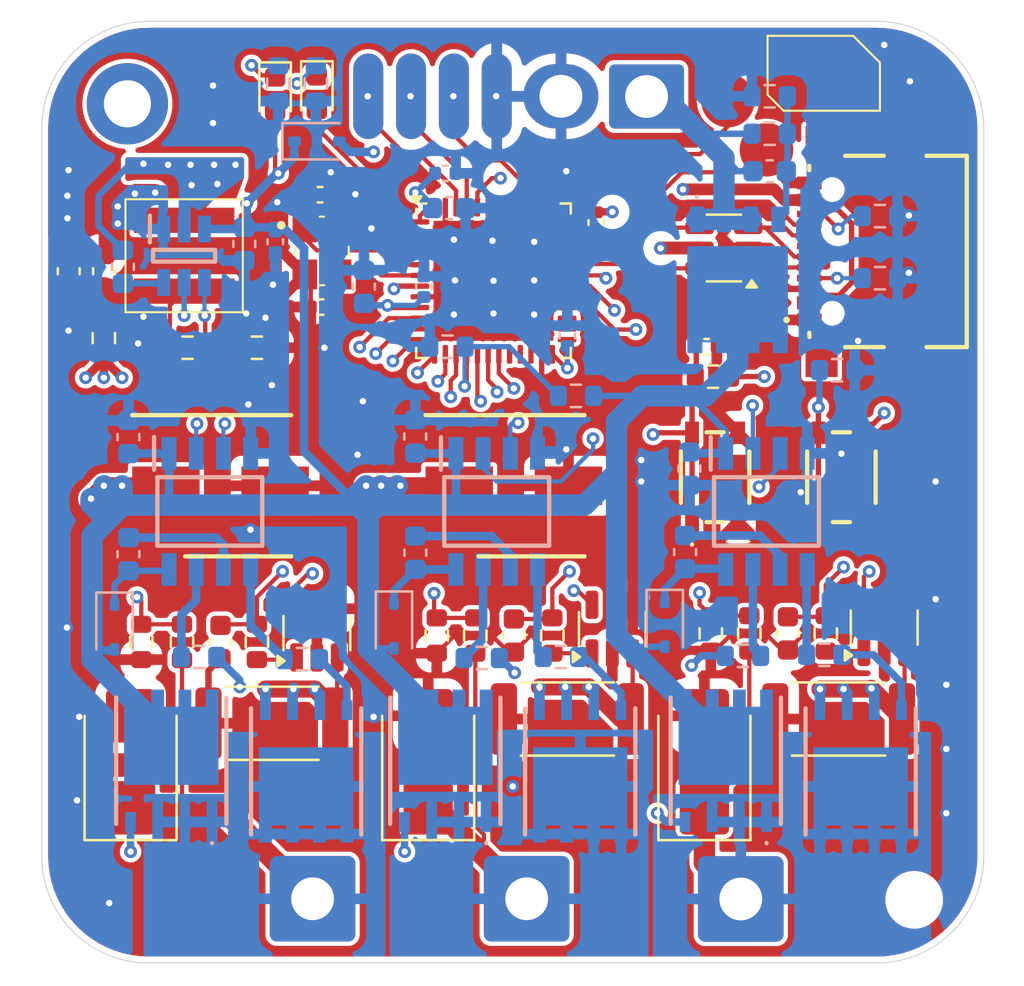
<source format=kicad_pcb>
(kicad_pcb (version 20241229) (generator "pcbnew") (generator_version "9.0")
  (title_block (comment 4 "AISLER Project ID: MVXMHWHU"))
  (layers (0 "F.Cu" signal) (4 "In1.Cu" signal) (6 "In2.Cu" signal) (2 "B.Cu" signal) (13 "F.Paste" user) (15 "B.Paste" user) (5 "F.SilkS" user "F.Silkscreen") (7 "B.SilkS" user "B.Silkscreen") (1 "F.Mask" user) (3 "B.Mask" user) (25 "Edge.Cuts" user))
  (net 0 "")
  (net 15 "GND")
  (net 16 "/VISENSE_A")
  (net 17 "V_Bat")
  (net 18 "/nGate_A")
  (net 19 "/Phase_A")
  (net 20 "/pGate_A")
  (net 21 "Net-(R4-Pad2)")
  (net 22 "+3V3")
  (net 23 "Net-(IC3-VS)")
  (net 24 "Net-(IC3-LO)")
  (net 25 "Net-(IC3-HO)")
  (net 26 "+5V_USB")
  (net 27 "Net-(J1-CC2)")
  (net 28 "Net-(J1-D--PadA7)")
  (net 29 "Net-(J1-D+-PadA6)")
  (net 30 "Net-(J1-CC1)")
  (net 31 "/VV_SENSE_A")
  (net 32 "/VB_A")
  (net 33 "Net-(IC1-VS)")
  (net 34 "/VB_B")
  (net 35 "Net-(IC1-LO)")
  (net 36 "Net-(IC1-HO)")
  (net 37 "/nGate_B")
  (net 38 "/Phase_B")
  (net 39 "/pGate_B")
  (net 40 "Net-(Q7-S)")
  (net 41 "Net-(R14-Pad2)")
  (net 42 "/SW")
  (net 43 "/CB")
  (net 44 "/VISENSE_B")
  (net 45 "/VB_C")
  (net 46 "Net-(IC4-VS)")
  (net 47 "/VISENSE_C")
  (net 48 "Net-(IC4-LO)")
  (net 49 "Net-(IC4-HO)")
  (net 50 "/Phase_C")
  (net 51 "/nGate_C")
  (net 52 "/pGate_C")
  (net 53 "/VV_SENSE_B")
  (net 54 "Net-(R20-Pad2)")
  (net 55 "/VV_SENSE_C")
  (net 56 "/FB")
  (net 57 "/OUT_buck")
  (net 58 "/USB_D+")
  (net 59 "/USB_D-")
  (net 60 "/LO_B")
  (net 61 "/Hi_B")
  (net 62 "/Hi_A")
  (net 63 "/LO_A")
  (net 64 "/LO_C")
  (net 65 "/HI_C")
  (net 66 "/RCC_OSC_OUT")
  (net 67 "/RCC_OSC_IN")
  (net 68 "/V_Bat_Div")
  (net 69 "Net-(Q6-S)")
  (net 70 "Net-(Q8-S)")
  (net 71 "/I2C1_SDA")
  (net 72 "/I2C1_CL")
  (net 73 "/V_Bat_raw")
  (net 74 "Net-(D5-K)")
  (net 75 "Net-(D6-K)")
  (net 76 "/SWCLK")
  (net 77 "/SWDIO")
  (net 78 "/Duty_in")
  (net 79 "/Reset")
  (net 80 "/Boot")
  (net 81 "/LED_stat")
  (net 82 "Net-(Q2-G)")
  (footprint "ESC_footrpints:Connector_BLDC" (layer "F.Cu") (at 41.4 61 180)
    (property "Reference" "C25" (hide yes))
    (property "Value" "~" (hide yes))
  )
  (footprint "ESC_footrpints:CAPAE660X550N" (layer "F.Cu") (at 27.1 41.7)
    (property "Reference" "C16" (hide yes))
    (property "Value" "47u" (hide yes))
  )
  (footprint "LED_SMD:LED_0603_1608Metric" (layer "F.Cu") (at 29.65 23.4 -90)
    (property "Reference" "D5" (hide yes))
    (property "Value" "LED_Small")
  )
  (footprint "LED_SMD:LED_0603_1608Metric" (layer "F.Cu") (at 31.6 23.35 -90)
    (property "Reference" "D6" (hide yes))
    (property "Value" "LED_Small")
  )
  (footprint "Capacitor_SMD:C_0603_1608Metric" (layer "F.Cu") (at 40.8 48.7 90)
    (property "Reference" "C9" (hide yes))
    (property "Value" "1n")
  )
  (footprint "ESC_footrpints:TS204225WT160SMTTR" (layer "F.Cu") (at 50.2 41.3 90)
    (property "Reference" "SW2" (hide yes))
    (property "Value" "SWReset" (hide yes))
  )
  (footprint "Resistor_SMD:R_0603_1608Metric" (layer "F.Cu") (at 28.8 35.25 180)
    (property "Reference" "R_FBB1" (hide yes))
    (property "Value" "22k1 %1")
  )
  (footprint "ESC_footrpints:CAPAE660X550N" (layer "F.Cu") (at 40.8 41.7)
    (property "Reference" "C8" (hide yes))
    (property "Value" "47u" (hide yes))
  )
  (footprint "Resistor_SMD:R_0603_1608Metric" (layer "F.Cu") (at 55.37 48.6 -90)
    (property "Reference" "R4" (hide yes))
    (property "Value" "1k")
  )
  (footprint "Capacitor_SMD:C_0603_1608Metric" (layer "F.Cu") (at 27.1 49 90)
    (property "Reference" "C17" (hide yes))
    (property "Value" "1n")
  )
  (footprint "MountingHole:MountingHole_2.2mm_M2_DIN965_Pad" (layer "F.Cu") (at 22.75 23.85)
    (property "Reference" "H1" (hide yes))
    (property "Value" "MountingHole")
  )
  (footprint "ESC_footrpints:XAL5050822MEC" (layer "F.Cu") (at 25.4 30.95 -90)
    (property "Reference" "L2" (hide yes))
    (property "Value" "8.2u" (hide yes))
  )
  (footprint "Package_DFN_QFN:QFN-48-1EP_7x7mm_P0.5mm_EP5.6x5.6mm" (layer "F.Cu") (at 39.85 32.12)
    (property "Reference" "U1" (hide yes))
    (property "Value" "STM32L412CBU6")
  )
  (footprint "Capacitor_SMD:C_0603_1608Metric" (layer "F.Cu") (at 53.6 48.6 90)
    (property "Reference" "C1" (hide yes))
    (property "Value" "1n")
  )
  (footprint "Resistor_SMD:R_0603_1608Metric" (layer "F.Cu") (at 28.8 49 -90)
    (property "Reference" "R20" (hide yes))
    (property "Value" "1k")
  )
  (footprint "Capacitor_SMD:C_0603_1608Metric" (layer "F.Cu") (at 20.01 31.675 -90)
    (property "Reference" "C12" (hide yes))
    (property "Value" "22u/6.6V")
  )
  (footprint "Resistor_SMD:R_2512_6332Metric" (layer "F.Cu") (at 55.97 52.6 180)
    (property "Reference" "R1" (hide yes))
    (property "Value" "2mOhm")
  )
  (footprint "ESC_footrpints:TS204225WT160SMTTR" (layer "F.Cu") (at 56.1 41.3 90)
    (property "Reference" "SW1" (hide yes))
    (property "Value" "SWBoot" (hide yes))
  )
  (footprint "Package_TO_SOT_SMD:SOT-23-5" (layer "F.Cu") (at 31.6 48.585 90)
    (property "Reference" "U5" (hide yes))
    (property "Value" "INA180A3")
  )
  (footprint "Package_TO_SOT_SMD:SOT-23-5" (layer "F.Cu") (at 45.4 48.4 90)
    (property "Reference" "U4" (hide yes))
    (property "Value" "INA180A3")
  )
  (footprint "Resistor_SMD:R_0603_1608Metric" (layer "F.Cu") (at 21.65 34.8 -90)
    (property "Reference" "J_3V3" (hide yes))
    (property "Value" "0")
  )
  (footprint "Resistor_SMD:R_2512_6332Metric" (layer "F.Cu") (at 29.5 52.8 180)
    (property "Reference" "R19" (hide yes))
    (property "Value" "2mOhm")
  )
  (footprint "Resistor_SMD:R_0603_1608Metric" (layer "F.Cu") (at 37.2 48.7 90)
    (property "Reference" "R16" (hide yes))
    (property "Value" "1k")
  )
  (footprint "Package_TO_SOT_SMD:SOT-23-5" (layer "F.Cu") (at 58.1 48.325 90)
    (property "Reference" "U3" (hide yes))
    (property "Value" "INA180A3")
  )
  (footprint "Resistor_SMD:R_2512_6332Metric" (layer "F.Cu") (at 43.3 52.6 180)
    (property "Reference" "R13" (hide yes))
    (property "Value" "2mOhm")
  )
  (footprint "Package_TO_SOT_SMD:SOT-23-6" (layer "F.Cu") (at 50.61 30.59 180)
    (property "Reference" "U2" (hide yes))
    (property "Value" "USBLC6-2SC6")
  )
  (footprint "MountingHole:MountingHole_2.2mm_M2" (layer "F.Cu") (at 59.5 61.05)
    (property "Reference" "H2" (hide yes))
    (property "Value" "MountingHole")
  )
  (footprint "Diode_SMD:D_SMB" (layer "F.Cu") (at 49.7 54.6 90)
    (property "Reference" "D7" (hide yes))
    (property "Value" "SMBJP6KE22A-TP")
  )
  (footprint "Resistor_SMD:R_0603_1608Metric" (layer "F.Cu") (at 50.1 36.6)
    (property "Reference" "R28" (hide yes))
    (property "Value" "10k")
  )
  (footprint "Resistor_SMD:R_0603_1608Metric" (layer "F.Cu") (at 23.4 49 90)
    (property "Reference" "R22" (hide yes))
    (property "Value" "1k")
  )
  (footprint "Resistor_SMD:R_0603_1608Metric" (layer "F.Cu") (at 50 48.6 90)
    (property "Reference" "R12" (hide yes))
    (property "Value" "1k")
  )
  (footprint "Diode_SMD:D_SMB" (layer "F.Cu") (at 36.8 54.6 90)
    (property "Reference" "D8" (hide yes))
    (property "Value" "SMBJP6KE22A-TP")
  )
  (footprint "Resistor_SMD:R_0603_1608Metric" (layer "F.Cu") (at 25.3 49 -90)
    (property "Reference" "R21" (hide yes))
    (property "Value" "5.1k")
  )
  (footprint "Resistor_SMD:R_0603_1608Metric" (layer "F.Cu") (at 39 48.7 -90)
    (property "Reference" "R15" (hide yes))
    (property "Value" "5.1k")
  )
  (footprint "Resistor_SMD:R_0603_1608Metric" (layer "F.Cu") (at 25.56 35.25 180)
    (property "Reference" "R_FBT1" (hide yes))
    (property "Value" "100k 1%")
  )
  (footprint "Capacitor_SMD:C_0402_1005Metric" (layer "F.Cu") (at 49.8 35.2 180)
    (property "Reference" "C29" (hide yes))
    (property "Value" "100n")
  )
  (footprint "ESC_footrpints:GSB1C41110SSHR" (layer "F.Cu") (at 57.99 30.75 90)
    (property "Reference" "J1" (hide yes))
    (property "Value" "USB_C_Receptacle_USB2.0_16P" (hide yes))
  )
  (footprint "Capacitor_SMD:C_0603_1608Metric" (layer "F.Cu") (at 21.66 31.675 -90)
    (property "Reference" "C11" (hide yes))
    (property "Value" "22u/6.6V")
  )
  (footprint "Resistor_SMD:R_0603_1608Metric" (layer "F.Cu") (at 42.6 48.7 -90)
    (property "Reference" "R14" (hide yes))
    (property "Value" "1k")
  )
  (footprint "Capacitor_SMD:C_0402_1005Metric" (layer "F.Cu") (at 44.65 29.4 90)
    (property "Reference" "C23" (hide yes))
    (property "Value" "100n")
  )
  (footprint "ESC_footrpints:Connector_ESC" (layer "F.Cu") (at 36.5 22.5 180)
    (property "Reference" "C24" (hide yes))
    (property "Value" "~" (hide yes))
  )
  (footprint "Resistor_SMD:R_0603_1608Metric" (layer "F.Cu") (at 51.8 48.6 -90)
    (property "Reference" "R11" (hide yes))
    (property "Value" "5.1k")
  )
  (footprint "ESC_footrpints:ESC_LOGO" (layer "F.Cu") (at 59.15 26.925)
    (property "Reference" "U6" (hide yes))
    (property "Value" "~")
  )
  (footprint "Capacitor_SMD:C_0402_1005Metric" (layer "F.Cu") (at 31.75 28.1 180)
    (property "Reference" "C27" (hide yes))
    (property "Value" "12p")
  )
  (footprint "Diode_SMD:D_SMB" (layer "F.Cu") (at 22.9 54.6 90)
    (property "Reference" "D9" (hide yes))
    (property "Value" "SMBJP6KE22A-TP")
  )
  (footprint "Capacitor_SMD:C_0402_1005Metric" (layer "F.Cu") (at 31.795 33.35)
    (property "Reference" "C26" (hide yes))
    (property "Value" "12p")
  )
  (footprint "ESC_footrpints:ABM8W480000MHZ6D1XT3" (layer "F.Cu") (at 31.525 30.725 -90)
    (property "Reference" "Y1" (hide yes))
    (property "Value" "Crystal_GND24_Small" (hide yes))
  )
  (footprint "Capacitor_SMD:C_0603_1608Metric" (layer "B.Cu") (at 48.8 44.8 -90)
    (property "Reference" "C3" (hide yes))
    (property "Value" "1u")
  )
  (footprint "ESC_footrpints:BSC054N04NSGATMA1" (layer "B.Cu") (at 43.9 55.05)
    (property "Reference" "Q7" (hide yes))
    (property "Value" "IRFH8318TRPBF" (hide yes))
  )
  (footprint "Resistor_SMD:R_0603_1608Metric" (layer "B.Cu") (at 43.7 37.5)
    (property "Reference" "R7" (hide yes))
    (property "Value" "5.1k")
  )
  (footprint "Capacitor_SMD:C_0603_1608Metric" (layer "B.Cu") (at 28.21 30.4 90)
    (property "Reference" "C5" (hide yes))
    (property "Value" "2.2u / 2xV_bat")
  )
  (footprint "Resistor_SMD:R_0603_1608Metric" (layer "B.Cu") (at 31.55 22.9 90)
    (property "Reference" "R26" (hide yes))
    (property "Value" "1k")
  )
  (footprint "Resistor_SMD:R_0603_1608Metric" (layer "B.Cu") (at 57.9 32)
    (property "Reference" "R5" (hide yes))
    (property "Value" "5.1k")
  )
  (footprint "Capacitor_SMD:C_0603_1608Metric" (layer "B.Cu") (at 22.8 44.9 -90)
    (property "Reference" "C15" (hide yes))
    (property "Value" "1u")
  )
  (footprint "Diode_SMD:D_SOD-323" (layer "B.Cu") (at 31.6 25.6)
    (property "Reference" "D2" (hide yes))
    (property "Value" "1N5819WS")
  )
  (footprint "Capacitor_SMD:C_0402_1005Metric" (layer "B.Cu") (at 43.3 34.7 -90)
    (property "Reference" "C21" (hide yes))
    (property "Value" "100n")
  )
  (footprint "ESC_footrpints:SOIC127P600X175-8N" (layer "B.Cu") (at 26.6 42.9 -90)
    (property "Reference" "IC4" (hide yes))
    (property "Value" "IR2103STRPBF" (hide yes))
  )
  (footprint "ESC_footrpints:BSC054N04NSGATMA1" (layer "B.Cu") (at 50.7 54.55 180)
    (property "Reference" "Q9" (hide yes))
    (property "Value" "IRFH8318TRPBF" (hide yes))
  )
  (footprint "Capacitor_SMD:C_0603_1608Metric" (layer "B.Cu") (at 22.54 31.47 -90)
    (property "Reference" "C10" (hide yes))
    (property "Value" "100n / X7R or X5R / 16V")
  )
  (footprint "Resistor_SMD:R_0603_1608Metric" (layer "B.Cu") (at 39.3 49.75)
    (property "Reference" "R9" (hide yes))
    (property "Value" "100")
  )
  (footprint "Capacitor_SMD:C_0402_1005Metric_Pad0.74x0.62mm_HandSolder" (layer "B.Cu") (at 29.66 30.3 90)
    (property "Reference" "C13" (hide yes))
    (property "Value" "100n /2x V_bat")
  )
  (footprint "Capacitor_SMD:C_0402_1005Metric" (layer "B.Cu") (at 37.6 27.1 180)
    (property "Reference" "C20" (hide yes))
    (property "Value" "100n")
  )
  (footprint "Resistor_SMD:R_0603_1608Metric" (layer "B.Cu") (at 29.8 22.9 90)
    (property "Reference" "R25" (hide yes))
    (property "Value" "22k")
  )
  (footprint "Capacitor_SMD:C_0603_1608Metric" (layer "B.Cu") (at 49 40.9 90)
    (property "Reference" "C4" (hide yes))
    (property "Value" "1u")
  )
  (footprint "Diode_SMD:D_SOD-323" (layer "B.Cu") (at 22.15 48.3 -90)
    (property "Reference" "D4" (hide yes))
    (property "Value" "1N5819WS")
  )
  (footprint "Capacitor_SMD:C_0603_1608Metric" (layer "B.Cu") (at 33.8 32.4 -90)
    (property "Reference" "C18" (hide yes))
    (property "Value" "1u")
  )
  (footprint "Resistor_SMD:R_0603_1608Metric" (layer "B.Cu") (at 37.7 35.2)
    (property "Reference" "R8" (hide yes))
    (property "Value" "1k")
  )
  (footprint "Capacitor_SMD:C_0603_1608Metric" (layer "B.Cu") (at 36.195 39.4 -90)
    (property "Reference" "C6" (hide yes))
    (property "Value" "1u")
  )
  (footprint "Resistor_SMD:R_0603_1608Metric" (layer "B.Cu") (at 30.9 49.8)
    (property "Reference" "R18" (hide yes))
    (property "Value" "100")
  )
  (footprint "ESC_footrpints:SOIC127P600X175-8N" (layer "B.Cu") (at 52.6 42.9 -90)
    (property "Reference" "IC3" (hide yes))
    (property "Value" "IR2103STRPBF" (hide yes))
  )
  (footprint "ESC_footrpints:BSC054N04NSGATMA1" (layer "B.Cu") (at 57 55.05)
    (property "Reference" "Q6" (hide yes))
    (property "Value" "IRFH8318TRPBF" (hide yes))
  )
  (footprint "ESC_footrpints:BSC054N04NSGATMA1" (layer "B.Cu") (at 24.8 54.55 180)
    (property "Reference" "Q11" (hide yes))
    (property "Value" "IRFH8318TRPBF" (hide yes))
  )
  (footprint "Capacitor_SMD:C_0603_1608Metric" (layer "B.Cu") (at 37.775 28.725 180)
    (property "Reference" "C22" (hide yes))
    (property "Value" "4.7u")
  )
  (footprint "ESC_footrpints:BSC060P03NS3EG" (layer "B.Cu") (at 51.25 32.25)
    (property "Reference" "Q2" (hide yes))
    (property "Value" "BSC060P03NS3E G" (hide yes))
  )
  (footprint "Resistor_SMD:R_0603_1608Metric" (layer "B.Cu") (at 55.3 49.6)
    (property "Reference" "R3" (hide yes))
    (property "Value" "100")
  )
  (footprint "Capacitor_SMD:C_0402_1005Metric" (layer "B.Cu") (at 36.6 32.4 -90)
    (property "Reference" "C19" (hide yes))
    (property "Value" "100n")
  )
  (footprint "Resistor_SMD:R_0603_1608Metric" (layer "B.Cu") (at 51.5 49.65 180)
    (property "Reference" "R2" (hide yes))
    (property "Value" "100")
  )
  (footprint "Resistor_SMD:R_0603_1608Metric" (layer "B.Cu") (at 43 49.7)
    (property "Reference" "R10" (hide yes))
    (property "Value" "100")
  )
  (footprint "Diode_SMD:D_SOD-323" (layer "B.Cu") (at 47.85 48.175 -90)
    (property "Reference" "D1" (hide yes))
    (property "Value" "1N5819WS")
  )
  (footprint "Resistor_SMD:R_0603_1608Metric" (layer "B.Cu") (at 57.9 29.1)
    (property "Reference" "R6" (hide yes))
    (property "Value" "5.1k")
  )
  (footprint "ESC_footrpints:SOT95P280X110-6N" (layer "B.Cu") (at 25.4 30.95 -90)
    (property "Reference" "IC2" (hide yes))
    (property "Value" "LMR51420XDDCR" (hide yes))
  )
  (footprint "Capacitor_SMD:C_0603_1608Metric" (layer "B.Cu") (at 22.8 39.425 -90)
    (property "Reference" "C14" (hide yes))
    (property "Value" "1u")
  )
  (footprint "Resistor_SMD:R_0603_1608Metric" (layer "B.Cu") (at 55.9 36.3 180)
    (property "Reference" "R27" (hide yes))
    (property "Value" "10k")
  )
  (footprint "Capacitor_SMD:C_0603_1608Metric" (layer "B.Cu") (at 36.2 44.825 -90)
    (property "Reference" "C7" (hide yes))
    (property "Value" "1u")
  )
  (footprint "Resistor_SMD:R_0603_1608Metric" (layer "B.Cu") (at 52.75 25.25 180)
    (property "Reference" "R23" (hide yes))
    (property "Value" "1M")
  )
  (footprint "Diode_SMD:D_SOD-323" (layer "B.Cu") (at 35.2 48.25 -90)
    (property "Reference" "D3" (hide yes))
    (property "Value" "1N5819WS")
  )
  (footprint "Capacitor_SMD:C_0603_1608Metric" (layer "B.Cu") (at 52.75 27 180)
    (property "Reference" "C28" (hide yes))
    (property "Value" "2.2u/40V")
  )
  (footprint "Resistor_SMD:R_0603_1608Metric" (layer "B.Cu") (at 26.1 49.7)
    (property "Reference" "R17" (hide yes))
    (property "Value" "100")
  )
  (footprint "ESC_footrpints:SOIC127P600X175-8N" (layer "B.Cu") (at 40 42.9 -90)
    (property "Reference" "IC1" (hide yes))
    (property "Value" "IR2103STRPBF" (hide yes))
  )
  (footprint "ESC_footrpints:BSC054N04NSGATMA1" (layer "B.Cu") (at 31.1 55.05)
    (property "Reference" "Q8" (hide yes))
    (property "Value" "IRFH8318TRPBF" (hide yes))
  )
  (footprint "ESC_footrpints:BSC054N04NSGATMA1" (layer "B.Cu") (at 37.6 54.55 180)
    (property "Reference" "Q10" (hide yes))
    (property "Value" "IRFH8318TRPBF" (hide yes))
  )
  (footprint "Resistor_SMD:R_0603_1608Metric" (layer "B.Cu") (at 52.75 23.5)
    (property "Reference" "R24" (hide yes))
    (property "Value" "100k")
  )
  (gr_circle (center 50.8 23.7) (end 51.95 23.75) (stroke (width 0.2)) (fill yes) (layer "F.Cu") (net 76))
  (gr_circle (center 52.6 26) (end 53.75 26.05) (stroke (width 0.2)) (fill yes) (layer "F.Cu") (net 77))
  (gr_arc (start 57.75 20) (mid 61.285534 21.464466) (end 62.75 25) (stroke (width 0.05)) (layer "Edge.Cuts"))
  (gr_line (start 62.75 25) (end 62.75 59) (stroke (width 0.05)) (layer "Edge.Cuts"))
  (gr_line (start 57.75 64) (end 23.75 64) (stroke (width 0.05)) (layer "Edge.Cuts"))
  (gr_line (start 23.75 20) (end 57.75 20) (stroke (width 0.05)) (layer "Edge.Cuts"))
  (gr_arc (start 23.75 64) (mid 20.214466 62.535534) (end 18.75 59) (stroke (width 0.05)) (layer "Edge.Cuts"))
  (gr_line (start 18.75 59) (end 18.75 25) (stroke (width 0.05)) (layer "Edge.Cuts"))
  (gr_arc (start 18.75 25) (mid 20.214466 21.464466) (end 23.75 20) (stroke (width 0.05)) (layer "Edge.Cuts"))
  (gr_arc (start 62.75 59) (mid 61.285534 62.535534) (end 57.75 64) (stroke (width 0.05)) (layer "Edge.Cuts"))
  (segment (start 41.575 48.7) (end 41.95 48.7) (width 0.2) (layer "F.Cu") (net 15))
  (segment (start 39.1 32.87) (end 39.85 32.12) (width 0.2) (layer "F.Cu") (net 15))
  (segment (start 50.6 30.104999) (end 50.6 28.75) (width 0.35) (layer "F.Cu") (net 15))
  (segment (start 23.15 28) (end 23.1 28.05) (width 0.8) (layer "F.Cu") (net 15))
  (segment (start 42.1 34.37) (end 39.85 32.12) (width 0.2) (layer "F.Cu") (net 15))
  (segment (start 37.95 48.775) (end 38.225 48.775) (width 0.2) (layer "F.Cu") (net 15))
  (segment (start 40.8 49.475) (end 40.55 49.475) (width 0.2) (layer "F.Cu") (net 15))
  (segment (start 32.23 28.1) (end 32.23 29.217) (width 0.2) (layer "F.Cu") (net 15))
  (segment (start 54.6 33.95) (end 53.3 33.95) (width 0.3) (layer "F.Cu") (net 15))
  (segment (start 31.6 49.7225) (end 31.6 47.525) (width 0.35) (layer "F.Cu") (net 15))
  (segment (start 53.75 32.5) (end 53.6 32.35) (width 0.2) (layer "F.Cu") (net 15))
  (segment (start 23.1 28.05) (end 22.8 28.05) (width 0.8) (layer "F.Cu") (net 15))
  (segment (start 31.6775 47.4475) (end 32.55 47.4475) (width 0.35) (layer "F.Cu") (net 15))
  (segment (start 58.1 47.25) (end 58.1625 47.1875) (width 0.35) (layer "F.Cu") (net 15))
  (segment (start 54.6 27.55) (end 55.25 26.9) (width 0.2) (layer "F.Cu") (net 15))
  (segment (start 51.085001 30.59) (end 50.65 31.025001) (width 0.2) (layer "F.Cu") (net 15))
  (segment (start 32.23 29.217) (end 32.638 29.625) (width 0.2) (layer "F.Cu") (net 15))
  (segment (start 43.2875 29.87) (end 42.1 29.87) (width 0.2) (layer "F.Cu") (net 15))
  (segment (start 51.085001 30.59) (end 50.6 30.104999) (width 0.35) (layer "F.Cu") (net 15))
  (segment (start 42.1 35.5575) (end 42.1 34.37) (width 0.2) (layer "F.Cu") (net 15))
  (segment (start 31.6 47.525) (end 31.6775 47.4475) (width 0.35) (layer "F.Cu") (net 15))
  (segment (start 55.25 26.9) (end 55.8 26.9) (width 0.2) (layer "F.Cu") (net 15))
  (segment (start 53.325 49.375) (end 52.625 48.675) (width 0.2) (layer "F.Cu") (net 15))
  (segment (start 40.8 49.475) (end 41.575 48.7) (width 0.2) (layer "F.Cu") (net 15))
  (segment (start 51.7475 30.59) (end 51.085001 30.59) (width 0.2) (layer "F.Cu") (net 15))
  (segment (start 37.2 49.525) (end 37.95 48.775) (width 0.2) (layer "F.Cu") (net 15))
  (segment (start 53.890686 29.5) (end 53.465686 29.075) (width 0.2) (layer "F.Cu") (net 15))
  (segment (start 26.5375 50.3375) (end 27.1 49.775) (width 0.3) (layer "F.Cu") (net 15))
  (segment (start 50.175 49.425) (end 51 48.6) (width 0.2) (layer "F.Cu") (net 15))
  (segment (start 58.1625 47.1875) (end 59.05 47.1875) (width 0.35) (layer "F.Cu") (net 15))
  (segment (start 53.6 49.375) (end 53.325 49.375) (width 0.2) (layer "F.Cu") (net 15))
  (segment (start 50 49.425) (end 50.175 49.425) (width 0.2) (layer "F.Cu") (net 15))
  (segment (start 21.66 30.9) (end 20.01 30.9) (width 0.8) (layer "F.Cu") (net 15))
  (segment (start 53.6 49.375) (end 54.375 48.6) (width 0.2) (layer "F.Cu") (net 15))
  (segment (start 42.1 29.87) (end 39.85 32.12) (width 0.2) (layer "F.Cu") (net 15))
  (segment (start 54.6 29.5) (end 53.890686 29.5) (width 0.2) (layer "F.Cu") (net 15))
  (segment (start 37.6 28.6825) (end 37.6 29.87) (width 0.2) (layer "F.Cu") (net 15))
  (segment (start 51.085001 30.59) (end 50.6 31.075001) (width 0.35) (layer "F.Cu") (net 15))
  (segment (start 26.5375 52.8) (end 26.5375 50.3375) (width 0.3) (layer "F.Cu") (net 15))
  (segment (start 45.4 47.35) (end 45.4875 47.2625) (width 0.35) (layer "F.Cu") (net 15))
  (segment (start 22.3 28.65) (end 22.3 29.45) (width 0.8) (layer "F.Cu") (net 15))
  (segment (start 50.65 31.025001) (end 50.65 31.75) (width 0.2) (layer "F.Cu") (net 15))
  (segment (start 22.3 30.26) (end 21.66 30.9) (width 0.8) (layer "F.Cu") (net 15))
  (segment (start 53.465686 29.075) (end 53.325 29.075) (width 0.2) (layer "F.Cu") (net 15))
  (segment (start 44.52 29.87) (end 43.2875 29.87) (width 0.2) (layer "F.Cu") (net 15))
  (segment (start 36.4125 32.87) (end 39.1 32.87) (width 0.2) (layer "F.Cu") (net 15))
  (segment (start 40.55 49.475) (end 39.725 48.65) (width 0.2) (layer "F.Cu") (net 15))
  (segment (start 53.3 33.95) (end 53.15 34.1) (width 0.3) (layer "F.Cu") (net 15))
  (segment (start 22.3 28.55) (end 22.3 28.65) (width 0.8) (layer "F.Cu") (net 15))
  (segment (start 58.1 49.4625) (end 58.1 47.25) (width 0.35) (layer "F.Cu") (net 15))
  (segment (start 31.315 33.35) (end 31.315 32.103) (width 0.2) (layer "F.Cu") (net 15))
  (segment (start 54.375 48.6) (end 54.675 48.6) (width 0.2) (layer "F.Cu") (net 15))
  (segment (start 54.6 32.5) (end 53.75 32.5) (width 0.2) (layer "F.Cu") (net 15))
  (segment (start 37.6 29.87) (end 39.85 32.12) (width 0.2) (layer "F.Cu") (net 15))
  (segment (start 22.8 28.05) (end 22.3 28.55) (width 0.8) (layer "F.Cu") (net 15))
  (segment (start 24.05 28) (end 23.15 28) (width 0.8) (layer "F.Cu") (net 15))
  (segment (start 44.65 30) (end 44.52 29.87) (width 0.2) (layer "F.Cu") (net 15))
  (segment (start 45.4 49.5375) (end 45.4 47.35) (width 0.35) (layer "F.Cu") (net 15))
  (segment (start 22.3 29.45) (end 22.3 30.26) (width 0.8) (layer "F.Cu") (net 15))
  (segment (start 50.6 31.075001) (end 50.6 32.55) (width 0.35) (layer "F.Cu") (net 15))
  (segment (start 31.315 32.103) (end 31.037 31.825) (width 0.2) (layer "F.Cu") (net 15))
  (segment (start 45.4875 47.2625) (end 46.35 47.2625) (width 0.35) (layer "F.Cu") (net 15))
  (via (at 26.75 23) (size 0.6) (drill 0.3) (layers "F.Cu" "B.Cu") (net 15))
  (via (at 29.2 33.85) (size 0.6) (drill 0.3) (layers "F.Cu" "B.Cu") (net 15))
  (via (at 38.05 32.1) (size 0.6) (drill 0.3) (layers "F.Cu" "B.Cu") (net 15))
  (via (at 41.75 33.7) (size 0.6) (drill 0.3) (layers "F.Cu" "B.Cu") (net 15))
  (via (at 43.25 40) (size 0.6) (drill 0.3) (layers "F.Cu" "B.Cu") (net 15))
  (via (at 28.5 43.75) (size 0.6) (drill 0.3) (layers "F.Cu" "B.Cu") (net 15))
  (via (at 20.5 52.5) (size 0.6) (drill 0.3) (layers "F.Cu" "B.Cu") (net 15))
  (via (at 61 54) (size 0.6) (drill 0.3) (layers "F.Cu" "B.Cu") (net 15))
  (via (at 34.15 29.675) (size 0.6) (drill 0.3) (layers "F.Cu" "B.Cu") (net 15))
  (via (at 41.75 30.3) (size 0.6) (drill 0.3) (layers "F.Cu" "B.Cu") (net 15))
  (via (at 19.95 28.15) (size 0.6) (drill 0.3) (layers "F.Cu" "B.Cu") (net 15))
  (via (at 39.85 32.12) (size 0.6) (drill 0.3) (layers "F.Cu" "B.Cu") (net 15))
  (via (at 24.05 28) (size 0.6) (drill 0.3) (layers "F.Cu" "B.Cu") (net 15))
  (via (at 20.4 56.4) (size 0.6) (drill 0.3) (layers "F.Cu" "B.Cu") (net 15))
  (via (at 41.75 32.1) (size 0.6) (drill 0.3) (layers "F.Cu" "B.Cu") (net 15))
  (via (at 38 30.2) (size 0.6) (drill 0.3) (layers "F.Cu" "B.Cu") (net 15))
  (via (at 56.879729 34.932714) (size 0.6) (drill 0.3) (layers "F.Cu" "B.Cu") (net 15))
  (via (at 40.75 55.75) (size 0.6) (drill 0.3) (layers "F.Cu" "B.Cu") (net 15))
  (via (at 23.1 28.05) (size 0.6) (drill 0.3) (layers "F.Cu" "B.Cu") (net 15))
  (via (at 29.5 37) (size 0.6) (drill 0.3) (layers "F.Cu" "B.Cu") (net 15))
  (via (at 61 57) (size 0.6) (drill 0.3) (layers "F.Cu" "B.Cu") (net 15))
  (via (at 33.5 40.25) (size 0.6) (drill 0.3) (layers "F.Cu" "B.Cu") (net 15))
  (via (at 29.75 28.45) (size 0.6) (drill 0.3) (layers "F.Cu" "B.Cu") (net 15))
  (via (at 20 34.45) (size 0.6) (drill 0.3) (layers "F.Cu" "B.Cu") (net 15))
  (via (at 34.25 52.5) (size 0.6) (drill 0.3) (layers "F.Cu" "B.Cu") (net 15))
  (via (at 46.75 40.5) (size 0.6) (drill 0.3) (layers "F.Cu" "B.Cu") (net 15))
  (via (at 60.5 41.5) (size 0.6) (drill 0.3) (layers "F.Cu" "B.Cu") (net 15))
  (via (at 26.75 24.75) (size 0.6) (drill 0.3) (layers "F.Cu" "B.Cu") (net 15))
  (via (at 38 33.7) (size 0.6) (drill 0.3) (layers "F.Cu" "B.Cu") (net 15))
  (via (at 58.1 21.1) (size 0.6) (drill 0.3) (layers "F.Cu" "B.Cu") (net 15))
  (via (at 31.95 35.25) (size 0.6) (drill 0.3) (layers "F.Cu" "B.Cu") (net 15))
  (via (at 39.8 30.25) (size 0.6) (drill 0.3) (layers "F.Cu" "B.Cu") (net 15))
  (via (at 56.1 40.2) (size 0.6) (drill 0.3) (layers "F.Cu" "B.Cu") (net 15))
  (via (at 32.25 27.05) (size 0.6) (drill 0.3) (layers "F.Cu" "B.Cu") (net 15))
  (via (at 28.4 37.9) (size 0.6) (drill 0.3) (layers "F.Cu" "B.Cu") (net 15))
  (via (at 60.5 47) (size 0.6) (drill 0.3) (layers "F.Cu" "B.Cu") (net 15))
  (via (at 54.2 42) (size 0.6) (drill 0.3) (layers "F.Cu" "B.Cu") (net 15))
  (via (at 23.25 35.05) (size 0.6) (drill 0.3) (layers "F.Cu" "B.Cu") (net 15))
  (via (at 61 51) (size 0.6) (drill 0.3) (layers "F.Cu" "B.Cu") (net 15))
  (via (at 23.5 33.8) (size 0.6) (drill 0.3) (layers "F.Cu" "B.Cu") (net 15))
  (via (at 28.3 33.65) (size 0.6) (drill 0.3) (layers "F.Cu" "B.Cu") (net 15))
  (via (at 59.25 31.75) (size 0.6) (drill 0.3) (layers "F.Cu" "B.Cu") (net 15))
  (via (at 59.3 22.8) (size 0.6) (drill 0.3) (layers "F.Cu" "B.Cu") (net 15))
  (via (at 21.9 61.2) (size 0.6) (drill 0.3) (layers "F.Cu" "B.Cu") (net 15))
  (via (at 33.75 37.75) (size 0.6) (drill 0.3) (layers "F.Cu" "B.Cu") (net 15))
  (via (at 46.75 41.5) (size 0.6) (drill 0.3) (layers "F.Cu" "B.Cu") (net 15))
  (via (at 22.3 28.65) (size 0.6) (drill 0.3) (layers "F.Cu" "B.Cu") (net 15))
  (via (at 29.55 32.3) (size 0.6) (drill 0.3) (layers "F.Cu" "B.Cu") (net 15))
  (via (at 39.85 33.65) (size 0.6) (drill 0.3) (layers "F.Cu" "B.Cu") (net 15))
  (via (at 43.25 27) (size 0.6) (drill 0.3) (layers "F.Cu" "B.Cu") (net 15))
  (via (at 22.3 29.45) (size 0.6) (drill 0.3) (layers "F.Cu" "B.Cu") (net 15))
  (via (at 19.926945 48.328424) (size 0.6) (drill 0.3) (layers "F.Cu" "B.Cu") (net 15))
  (via (at 39.975 23.495) (size 0.6) (drill 0.3) (layers "F.Cu" "B.Cu") (net 15))
  (via (at 20 26.95) (size 0.6) (drill 0.3) (layers "F.Cu" "B.Cu") (net 15))
  (via (at 33.4 28.075) (size 0.6) (drill 0.3) (layers "F.Cu" "B.Cu") (net 15))
  (via (at 19.95 29.2) (size 0.6) (drill 0.3) (layers "F.Cu" "B.Cu") (net 15))
  (via (at 59.25 29.070166) (size 0.6) (drill 0.3) (layers "F.Cu" "B.Cu") (net 15))
  (segment (start 42.093 40) (end 41.905 40.188) (width 0.3) (layer "B.Cu") (net 15))
  (segment (start 26.925 30.9) (end 27.2 31.175) (width 0.35) (layer "B.Cu") (net 15))
  (segment (start 24.45 29.7) (end 24.45 30.675) (width 0.35) (layer "B.Cu") (net 15))
  (segment (start 29.66 30.8675) (end 29.66 32.19) (width 0.2) (layer "B.Cu") (net 15))
  (segment (start 24.675 30.9) (end 26.925 30.9) (width 0.35) (layer "B.Cu") (net 15))
  (segment (start 43.25 40) (end 42.093 40) (width 0.3) (layer "B.Cu") (net 15))
  (segment (start 29.66 32.19) (end 29.55 32.3) (width 0.2) (layer "B.Cu") (net 15))
  (segment (start 24.45 30.675) (end 24.675 30.9) (width 0.35) (layer "B.Cu") (net 15))
  (segment (start 27.2 31.175) (end 28.21 31.175) (width 0.35) (layer "B.Cu") (net 15))
  (segment (start 55.32 47.825) (end 55.37 47.775) (width 0.2) (layer "F.Cu") (net 16))
  (segment (start 55.37 46.33) (end 56.2 45.5) (width 0.2) (layer "F.Cu") (net 16))
  (segment (start 55.37 47.775) (end 55.37 46.33) (width 0.2) (layer "F.Cu") (net 16))
  (segment (start 53.7 47.825) (end 55.32 47.825) (width 0.2) (layer "F.Cu") (net 16))
  (segment (start 37.85 36.785686) (end 38.1 36.535686) (width 0.2) (layer "F.Cu") (net 16))
  (segment (start 38.1 36.535686) (end 38.1 35.5575) (width 0.2) (layer "F.Cu") (net 16))
  (segment (start 37.85 37.55) (end 37.85 36.785686) (width 0.2) (layer "F.Cu") (net 16))
  (via (at 37.85 37.55) (size 0.6) (drill 0.3) (layers "F.Cu" "B.Cu") (net 16))
  (via (at 56.2 45.5) (size 0.6) (drill 0.3) (layers "F.Cu" "B.Cu") (net 16))
  (segment (start 35.5 41.7) (end 34.6 41.7) (width 0.8) (layer "F.Cu") (net 17))
  (segment (start 34.6 41.7) (end 33.899997 41.7) (width 0.8) (layer "F.Cu") (net 17))
  (segment (start 29.65 24.075) (end 29.65 26.95) (width 0.2) (layer "F.Cu") (net 17))
  (segment (start 21.65 41.7) (end 21.05 42.3) (width 0.8) (layer "F.Cu") (net 17))
  (segment (start 21.65 41.7) (end 22.5 41.7) (width 0.8) (layer "F.Cu") (net 17))
  (segment (start 22.5 41.7) (end 24.55 41.7) (width 0.8) (layer "F.Cu") (net 17))
  (segment (start 29.65 26.95) (end 29.8 27.1) (width 0.2) (layer "F.Cu") (net 17))
  (segment (start 38.25 41.7) (end 35.5 41.7) (width 0.8) (layer "F.Cu") (net 17))
  (via (at 22.5 41.7) (size 0.6) (drill 0.3) (layers "F.Cu" "B.Cu") (net 17))
  (via (at 35.5 41.7) (size 0.6) (drill 0.3) (layers "F.Cu" "B.Cu") (net 17))
  (via (at 29.8 27.1) (size 0.6) (drill 0.3) (layers "F.Cu" "B.Cu") (net 17))
  (via (at 28.325 28.5) (size 0.6) (drill 0.3) (layers "F.Cu" "B.Cu") (net 17))
  (via (at 25.4 33.75) (size 0.6) (drill 0.3) (layers "F.Cu" "B.Cu") (net 17))
  (via (at 21.05 42.3) (size 0.6) (drill 0.3) (layers "F.Cu" "B.Cu") (net 17))
  (via (at 34.6 41.7) (size 0.6) (drill 0.3) (layers "F.Cu" "B.Cu") (net 17))
  (via (at 33.899997 41.7) (size 0.6) (drill 0.3) (layers "F.Cu" "B.Cu") (net 17))
  (via (at 21.65 41.7) (size 0.6) (drill 0.3) (layers "F.Cu" "B.Cu") (net 17))
  (segment (start 35.695 51.625) (end 35.695 51.947) (width 0.3) (layer "B.Cu") (net 17))
  (segment (start 28.135 29.7) (end 28.21 29.625) (width 0.4) (layer "B.Cu") (net 17))
  (segment (start 24.7 53.43) (end 24.7 53.852) (width 1) (layer "B.Cu") (net 17))
  (segment (start 33.899997 41.7) (end 33.5 42.099997) (width 1) (layer "B.Cu") (net 17))
  (segment (start 21.817809 43.317809) (end 21.1 44.035618) (width 1) (layer "B.Cu") (net 17))
  (segment (start 21.05 42.55) (end 21.817809 43.317809) (width 1) (layer "B.Cu") (net 17))
  (segment (start 48.8 40.175) (end 50.682 40.175) (width 0.4) (layer "B.Cu") (net 17))
  (segment (start 37.6 52.9) (end 37.6 53.802) (width 1) (layer "B.Cu") (net 17))
  (segment (start 50.695 39.147) (end 49.048 37.5) (width 0.3) (layer "B.Cu") (net 17))
  (segment (start 46.75 37.55) (end 46.7 37.5) (width 0.3) (layer "B.Cu") (net 17))
  (segment (start 49.75 37.5) (end 49.048 37.5) (width 1) (layer "B.Cu") (net 17))
  (segment (start 26.705 51.947) (end 24.8 53.852) (width 0.3) (layer "B.Cu") (net 17))
  (segment (start 38.095 42.445) (end 38.095 40.188) (width 0.4) (layer "B.Cu") (net 17))
  (segment (start 46.7 37.5) (end 44.525 37.5) (width 0.3) (layer "B.Cu") (net 17))
  (segment (start 38.235 53.217) (end 37.6 53.852) (width 0.3) (layer "B.Cu") (net 17))
  (segment (start 48.795 51.947) (end 50.7 53.852) (width 0.3) (layer "B.Cu") (net 17))
  (segment (start 38.235 51.625) (end 38.235 53.217) (width 0.3) (layer "B.Cu") (net 17))
  (segment (start 24.75 42.6) (end 24.695 42.545) (width 0.4) (layer "B.Cu") (net 17))
  (segment (start 50.7 53.852) (end 50.7 53.8) (width 1) (layer "B.Cu") (net 17))
  (segment (start 38.095 40.188) (end 36.208 40.188) (width 0.4) (layer "B.Cu") (net 17))
  (segment (start 34 43.1) (end 34 49.3) (width 1) (layer "B.Cu") (net 17))
  (segment (start 48.795 51.625) (end 48.795 51.947) (width 0.3) (layer "B.Cu") (net 17))
  (segment (start 38.25 42.6) (end 35.8 42.6) (width 1) (layer "B.Cu") (net 17))
  (segment (start 50.695 40.188) (end 50.695 39.147) (width 0.3) (layer "B.Cu") (net 17))
  (segment (start 38.25 42.6) (end 38.095 42.445) (width 0.4) (layer "B.Cu") (net 17))
  (segment (start 22.5 41.7) (end 22.5 42.564382) (width 1) (layer "B.Cu") (net 17))
  (segment (start 51.25 36) (end 49.75 37.5) (width 1) (layer "B.Cu") (net 17))
  (segment (start 33.975 43.075) (end 34 43.1) (width 1) (layer "B.Cu") (net 17))
  (segment (start 52.605 51.947) (end 50.7 53.852) (width 0.3) (layer "B.Cu") (net 17))
  (segment (start 51.25 32.75) (end 51.25 36) (width 1) (layer "B.Cu") (net 17))
  (segment (start 39.505 51.625) (end 39.505 51.947) (width 0.3) (layer "B.Cu") (net 17))
  (segment (start 21.65 43.15) (end 21.817809 43.317809) (width 0.6) (layer "B.Cu") (net 17))
  (segment (start 45.6 41.1) (end 45.6 48.7) (width 1) (layer "B.Cu") (net 17))
  (segment (start 51.335 51.625) (end 51.335 53.217) (width 0.3) (layer "B.Cu") (net 17))
  (segment (start 30.1325 29.7325) (end 31 30.6) (width 0.4) (layer "B.Cu") (net 17))
  (segment (start 31 40.1) (end 33.975 43.075) (width 0.4) (layer "B.Cu") (net 17))
  (segment (start 50.007 33.425) (end 50.295 33.713) (width 0.3) (layer "B.Cu") (net 17))
  (segment (start 51.335 53.217) (end 50.7 53.852) (width 0.3) (layer "B.Cu") (net 17))
  (segment (start 24.165 53.217) (end 24.8 53.852) (width 0.3) (layer "B.Cu") (net 17))
  (segment (start 25.4 32.2) (end 25.4 33.75) (width 0.25) (layer "B.Cu") (net 17))
  (segment (start 39.505 51.947) (end 37.6 53.852) (width 0.3) (layer "B.Cu") (net 17))
  (segment (start 22.1 49.4) (end 22.15 49.35) (width 0.4) (layer "B.Cu") (net 17))
  (segment (start 45.6 41.1) (end 44.1 42.6) (width 1) (layer "B.Cu") (net 17))
  (segment (start 31 30.6) (end 31 40.1) (width 0.4) (layer "B.Cu") (net 17))
  (segment (start 33.5 42.6) (end 24.75 42.6) (width 1) (layer "B.Cu") (net 17))
  (segment (start 36.965 51.625) (end 36.965 53.217) (width 0.3) (layer "B.Cu") (net 17))
  (segment (start 36.208 40.188) (end 36.195 40.175) (width 0.4) (layer "B.Cu") (net 17))
  (segment (start 34.45 42.6) (end 33.975 43.075) (width 1) (layer "B.Cu") (net 17))
  (segment (start 50.065 53.217) (end 50.7 53.852) (width 0.3) (layer "B.Cu") (net 17))
  (segment (start 21.1 49.83) (end 24.7 53.43) (width 1) (layer "B.Cu") (net 17))
  (segment (start 50.7 53.8) (end 46 49.1) (width 1) (layer "B.Cu") (net 17))
  (segment (start 33.975 43.075) (end 33.5 42.6) (width 1) (layer "B.Cu") (net 17))
  (segment (start 34.6 41.7) (end 34.6 42.45) (width 1) (layer "B.Cu") (net 17))
  (segment (start 34 49.3) (end 37.6 52.9) (width 1) (layer "B.Cu") (net 17))
  (segment (start 28.325 28.5) (end 29.725 27.1) (width 0.4) (layer "B.Cu") (net 17))
  (segment (start 50.682 40.175) (end 50.695 40.188) (width 0.4) (layer "B.Cu") (net 17))
  (segment (start 24.165 51.625) (end 24.165 53.217) (width 0.3) (layer "B.Cu") (net 17))
  (segment (start 21.65 41.7) (end 21.65 43.15) (width 1) (layer "B.Cu") (net 17))
  (segment (start 35.5 41.7) (end 35.35 41.7) (width 0.6) (layer "B.Cu") (net 17))
  (segment (start 24.695 40.188) (end 22.812 40.188) (width 0.4) (layer "B.Cu") (net 17))
  (segment (start 36.965 53.217) (end 37.6 53.852) (width 0.3) (layer "B.Cu") (net 17))
  (segment (start 52.605 51.625) (end 52.605 51.947) (width 0.3) (layer "B.Cu") (net 17))
  (segment (start 21.1 44.035618) (end 21.1 49.83) (width 1) (layer "B.Cu") (net 17))
  (segment (start 29.66 29.7325) (end 30.1325 29.7325) (width 0.4) (layer "B.Cu") (net 17))
  (segment (start 21.05 42.3) (end 21.05 42.55) (width 1) (layer "B.Cu") (net 17))
  (segment (start 29.725 27.1) (end 29.8 27.1) (width 0.4) (layer "B.Cu") (net 17))
  (segment (start 22.812 40.188) (end 22.8 40.2) (width 0.4) (layer "B.Cu") (net 17))
  (segment (start 45.6 48.7) (end 46 49.1) (width 1) (layer "B.Cu") (net 17))
  (segment (start 22.535618 42.6) (end 21.817809 43.317809) (width 1) (layer "B.Cu") (net 17))
  (segment (start 46 49.1) (end 46.125 49.225) (width 0.3) (layer "B.Cu") (net 17))
  (segment (start 46.8 37.5) (end 46.75 37.55) (width 1) (layer "B.Cu") (net 17))
  (segment (start 25.435 51.625) (end 25.435 53.217) (width 0.3) (layer "B.Cu") (net 17))
  (segment (start 44.1 42.6) (end 38.25 42.6) (width 1) (layer "B.Cu") (net 17))
  (segment (start 46.75 37.55) (end 45.6 38.7) (width 1) (layer "B.Cu") (net 17))
  (segment (start 49.048 37.5) (end 46.8 37.5) (width 1) (layer "B.Cu") (net 17))
  (segment (start 22.5 42.564382) (end 22.535618 42.6) (width 0.6) (layer "B.Cu") (net 17))
  (segment (start 46.125 49.225) (end 47.85 49.225) (width 0.3) (layer "B.Cu") (net 17))
  (segment (start 35.35 41.7) (end 33.975 43.075) (width 1) (layer "B.Cu") (net 17))
  (segment (start 30.55 26.35) (end 29.8 27.1) (width 0.4) (layer "B.Cu") (net 17))
  (segment (start 25.435 53.217) (end 24.8 53.852) (width 0.3) (layer "B.Cu") (net 17))
  (segment (start 24.75 42.6) (end 22.535618 42.6) (width 1) (layer "B.Cu") (net 17))
  (segment (start 34.6 42.45) (end 33.975 43.075) (width 0.6) (layer "B.Cu") (net 17))
  (segment (start 30.55 25.6) (end 30.55 26.35) (width 0.4) (layer "B.Cu") (net 17))
  (segment (start 35.2 49.3) (end 34 49.3) (width 0.3) (layer "B.Cu") (net 17))
  (segment (start 45.6 38.7) (end 45.6 41.1) (width 1) (layer "B.Cu") (net 17))
  (segment (start 26.35 29.7) (end 28.135 29.7) (width 0.4) (layer "B.Cu") (net 17))
  (segment (start 28.325 28.5) (end 28.325 29.7325) (width 0.4) (layer "B.Cu") (net 17))
  (segment (start 33.55 42.6) (end 35.8 42.6) (width 0.4) (layer "B.Cu") (net 17))
  (segment (start 35.8 42.6) (end 33.5 42.6) (width 1) (layer "B.Cu") (net 17))
  (segment (start 50.065 51.625) (end 50.065 53.217) (width 0.3) (layer "B.Cu") (net 17))
  (segment (start 35.695 51.947) (end 37.6 53.852) (width 0.3) (layer "B.Cu") (net 17))
  (segment (start 33.5 42.099997) (end 33.5 42.6) (width 1) (layer "B.Cu") (net 17))
  (segment (start 28.21 29.625) (end 29.5525 29.625) (width 0.4) (layer "B.Cu") (net 17))
  (segment (start 24.695 42.545) (end 24.695 40.188) (width 0.4) (layer "B.Cu") (net 17))
  (segment (start 26.705 51.625) (end 26.705 51.947) (width 0.3) (layer "B.Cu") (net 17))
  (segment (start 21.1 49.4) (end 22.1 49.4) (width 0.4) (layer "B.Cu") (net 17))
  (via (at 47.5 57) (size 0.6) (drill 0.3) (layers "F.Cu" "B.Cu") (net 18))
  (via (at 49.1 50.1) (size 0.6) (drill 0.3) (layers "F.Cu" "B.Cu") (net 18))
  (segment (start 50.675 49.65) (end 49.55 49.65) (width 0.35) (layer "B.Cu") (net 18))
  (segment (start 47.913 57.413) (end 47.5 57) (width 0.35) (layer "B.Cu") (net 18))
  (segment (start 49.55 49.65) (end 49.1 50.1) (width 0.35) (layer "B.Cu") (net 18))
  (segment (start 48.795 57.413) (end 47.913 57.413) (width 0.35) (layer "B.Cu") (net 18))
  (segment (start 51.8 54.65) (end 49.7 56.75) (width 0.2) (layer "F.Cu") (net 19))
  (segment (start 51.3 61.01) (end 50 59.71) (width 0.2) (layer "F.Cu") (net 19))
  (segment (start 49.7 59.31) (end 51.4 61.01) (width 1) (layer "F.Cu") (net 19))
  (segment (start 49.7 56.75) (end 49.7 59.31) (width 1) (layer "F.Cu") (net 19))
  (segment (start 51.8 49.425) (end 51.8 54.65) (width 0.2) (layer "F.Cu") (net 19))
  (segment (start 57 55.748) (end 56.662 55.748) (width 0.8) (layer "B.Cu") (net 19))
  (segment (start 57.6 49.6) (end 56.125 49.6) (width 0.35) (layer "B.Cu") (net 20))
  (segment (start 58.905 50.905) (end 57.6 49.6) (width 0.35) (layer "B.Cu") (net 20))
  (segment (start 58.905 52.187) (end 58.905 50.905) (width 0.35) (layer "B.Cu") (net 20))
  (segment (start 55.37 49.425) (end 57.1125 49.425) (width 0.2) (layer "F.Cu") (net 21))
  (segment (start 57.1125 49.425) (end 57.15 49.4625) (width 0.2) (layer "F.Cu") (net 21))
  (segment (start 43.79 29.37) (end 44.24 28.92) (width 0.2) (layer "F.Cu") (net 22))
  (segment (start 44.24 28.92) (end 44.65 28.92) (width 0.2) (layer "F.Cu") (net 22))
  (segment (start 21.65 35.625) (end 21.65 36.65) (width 0.4) (layer "F.Cu") (net 22))
  (segment (start 58.1 38.3) (end 57.175 39.225) (width 0.25) (layer "F.Cu") (net 22))
  (segment (start 36.8175 28.6825) (end 37.1 28.6825) (width 0.2) (layer "F.Cu") (net 22))
  (segment (start 43.7875 46.6) (end 44.45 47.2625) (width 0.2) (layer "F.Cu") (net 22))
  (segment (start 22.5 36.65) (end 21.65 35.8) (width 0.4) (layer "F.Cu") (net 22))
  (segment (start 50.925 36.6) (end 52.5 36.6) (width 0.25) (layer "F.Cu") (net 22))
  (segment (start 21.65 35.8) (end 20.8 36.65) (width 0.4) (layer "F.Cu") (net 22))
  (segment (start 43.6 46.6) (end 43.7875 46.6) (width 0.2) (layer "F.Cu") (net 22))
  (segment (start 43.2875 29.37) (end 43.79 29.37) (width 0.2) (layer "F.Cu") (net 22))
  (segment (start 21.65 35.625) (end 21.65 35.8) (width 0.4) (layer "F.Cu") (net 22))
  (segment (start 35 33.37) (end 36.4125 33.37) (width 0.25) (layer "F.Cu") (net 22))
  (segment (start 36.4125 29.0875) (end 36.8175 28.6825) (width 0.2) (layer "F.Cu") (net 22))
  (segment (start 43.2425 36.2) (end 42.6 35.5575) (width 0.2) (layer "F.Cu") (net 22))
  (segment (start 44.67 28.9) (end 44.65 28.92) (width 0.35) (layer "F.Cu") (net 22))
  (segment (start 34.9 33.27) (end 35 33.37) (width 0.25) (layer "F.Cu") (net 22))
  (segment (start 36.8825 28.6825) (end 37.1 28.6825) (width 0.3) (layer "F.Cu") (net 22))
  (segment (start 57.175 43.375) (end 57.175 39.225) (width 0.25) (layer "F.Cu") (net 22))
  (segment (start 36.4125 29.37) (end 36.4125 29.0875) (width 0.2) (layer "F.Cu") (net 22))
  (segment (start 57.15 45.95) (end 57.4 45.7) (width 0.2) (layer "F.Cu") (net 22))
  (segment (start 45.4 28.9) (end 44.67 28.9) (width 0.35) (layer "F.Cu") (net 22))
  (segment (start 57.15 47.1875) (end 57.15 45.95) (width 0.2) (layer "F.Cu") (net 22))
  (segment (start 36.2 28) (end 36.8825 28.6825) (width 0.3) (layer "F.Cu") (net 22))
  (segment (start 30.65 46.35) (end 31.2 45.8) (width 0.2) (layer "F.Cu") (net 22))
  (segment (start 30.65 47.4475) (end 30.65 46.35) (width 0.2) (layer "F.Cu") (net 22))
  (segment (start 31.2 45.8) (end 31.4 45.8) (width 0.2) (layer "F.Cu") (net 22))
  (segment (start 43.3 36.2) (end 43.2425 36.2) (width 0.2) (layer "F.Cu") (net 22))
  (via (at 45.4 28.9) (size 0.6) (drill 0.3) (layers "F.Cu" "B.Cu") (net 22))
  (via (at 52.5 36.6) (size 0.6) (drill 0.3) (layers "F.Cu" "B.Cu") (net 22))
  (via (at 58.1 38.3) (size 0.6) (drill 0.3) (layers "F.Cu" "B.Cu") (net 22))
  (via (at 22.5 36.65) (size 0.6) (drill 0.3) (layers "F.Cu" "B.Cu") (net 22))
  (via (at 43.3 36.2) (size 0.6) (drill 0.3) (layers "F.Cu" "B.Cu") (net 22))
  (via (at 31.4 45.8) (size 0.6) (drill 0.3) (layers "F.Cu" "B.Cu") (net 22))
  (via (at 43.6 46.6) (size 0.6) (drill 0.3) (layers "F.Cu" "B.Cu") (net 22))
  (via (at 21.65 36.65) (size 0.6) (drill 0.3) (layers "F.Cu" "B.Cu") (net 22))
  (via (at 34.9 33.27) (size 0.6) (drill 0.3) (layers "F.Cu" "B.Cu") (net 22))
  (via (at 20.8 36.65) (size 0.6) (drill 0.3) (layers "F.Cu" "B.Cu") (net 22))
  (via (at 36.2 28) (size 0.6) (drill 0.3) (layers "F.Cu" "B.Cu") (net 22))
  (via (at 57.4 45.7) (size 0.6) (drill 0.3) (layers "F.Cu" "B.Cu") (net 22))
  (segment (start 36.2 28) (end 36.22 28) (width 0.25) (layer "B.Cu") (net 22))
  (segment (start 34.9 33.27) (end 33.895 33.27) (width 0.3) (layer "B.Cu") (net 22))
  (segment (start 36.22 28) (end 37.12 27.1) (width 0.3) (layer "B.Cu") (net 22))
  (segment (start 43.3 35.18) (end 43.3 36.2) (width 0.25) (layer "B.Cu") (net 22))
  (segment (start 36.21 33.27) (end 34.9 33.27) (width 0.25) (layer "B.Cu") (net 22))
  (segment (start 33.895 33.27) (end 33.8 33.175) (width 0.25) (layer "B.Cu") (net 22))
  (segment (start 36.2 28) (end 36.275 28) (width 0.45) (layer "B.Cu") (net 22))
  (segment (start 36.75 28.475) (end 37.025 28.475) (width 0.45) (layer "B.Cu") (net 22))
  (segment (start 36.275 28) (end 36.75 28.475) (width 0.45) (layer "B.Cu") (net 22))
  (segment (start 36.6 32.88) (end 36.21 33.27) (width 0.25) (layer "B.Cu") (net 22))
  (segment (start 52.2905 44.025) (end 53.235 44.9695) (width 0.4) (layer "B.Cu") (net 23))
  (segment (start 48.8 44.025) (end 52.2905 44.025) (width 0.4) (layer "B.Cu") (net 23))
  (segment (start 53.235 44.9695) (end 53.235 45.612) (width 0.4) (layer "B.Cu") (net 23))
  (segment (start 54.475 49.6) (end 54.475 45.642) (width 0.4) (layer "B.Cu") (net 24))
  (segment (start 54.475 45.642) (end 54.505 45.612) (width 0.4) (layer "B.Cu") (net 24))
  (segment (start 52.325 49.65) (end 51.965 49.29) (width 0.4) (layer "B.Cu") (net 25))
  (segment (start 51.965 49.29) (end 51.965 45.612) (width 0.4) (layer "B.Cu") (net 25))
  (segment (start 56.576 29.440702) (end 56.576 29.959298) (width 0.25) (layer "F.Cu") (net 26))
  (segment (start 55.15 33.15) (end 54.6 33.15) (width 0.25) (layer "F.Cu") (net 26))
  (segment (start 56.207884 29.074) (end 56.209298 29.074) (width 0.25) (layer "F.Cu") (net 26))
  (segment (start 55.983884 32.8) (end 55.5 32.8) (width 0.25) (layer "F.Cu") (net 26))
  (segment (start 55.933884 28.8) (end 56.207884 29.074) (width 0.25) (layer "F.Cu") (net 26))
  (segment (start 56.575 29.960298) (end 56.575 32.208884) (width 0.25) (layer "F.Cu") (net 26))
  (segment (start 55.5 32.8) (end 55.15 33.15) (width 0.25) (layer "F.Cu") (net 26))
  (segment (start 55.384636 28.561) (end 55.413455 28.561) (width 0.25) (layer "F.Cu") (net 26))
  (segment (start 55.173636 28.35) (end 55.384636 28.561) (width 0.25) (layer "F.Cu") (net 26))
  (segment (start 53.45 28.35) (end 54.6 28.35) (width 0.55) (layer "F.Cu") (net 26))
  (segment (start 54.6 28.35) (end 55.173636 28.35) (width 0.25) (layer "F.Cu") (net 26))
  (segment (start 56.576 29.959298) (end 56.575 29.960298) (width 0.25) (layer "F.Cu") (net 26))
  (segment (start 56.575 32.208884) (end 55.983884 32.8) (width 0.25) (layer "F.Cu") (net 26))
  (segment (start 55.652455 28.8) (end 55.933884 28.8) (width 0.25) (layer "F.Cu") (net 26))
  (segment (start 47.66 30.59) (end 49.4725 30.59) (width 0.6) (layer "F.Cu") (net 26))
  (segment (start 48.7 27.85) (end 52.95 27.85) (width 0.55) (layer "F.Cu") (net 26))
  (segment (start 52.95 27.85) (end 53.45 28.35) (width 0.55) (layer "F.Cu") (net 26))
  (segment (start 56.209298 29.074) (end 56.576 29.440702) (width 0.25) (layer "F.Cu") (net 26))
  (segment (start 47.65 30.6) (end 47.66 30.59) (width 0.6) (layer "F.Cu") (net 26))
  (segment (start 55.413455 28.561) (end 55.652455 28.8) (width 0.25) (layer "F.Cu") (net 26))
  (via (at 34.25 26.1) (size 0.6) (drill 0.3) (layers "F.Cu" "B.Cu") (net 26))
  (via (at 47.65 30.6) (size 0.6) (drill 0.3) (layers "F.Cu" "B.Cu") (net 26))
  (via (at 48.7 27.85) (size 0.6) (drill 0.3) (layers "F.Cu" "B.Cu") (net 26))
  (segment (start 34.25 26.1) (end 33.15 26.1) (width 0.4) (layer "B.Cu") (net 26))
  (segment (start 33.15 26.1) (end 32.65 25.6) (width 0.4) (layer "B.Cu") (net 26))
  (segment (start 55.25 29) (end 54.6 29) (width 0.2) (layer "F.Cu") (net 27))
  (segment (start 55.95 29.7) (end 55.25 29) (width 0.2) (layer "F.Cu") (net 27))
  (via (at 55.95 29.7) (size 0.6) (drill 0.3) (layers "F.Cu" "B.Cu") (net 27))
  (segment (start 55.95 29.7) (end 56.55 29.1) (width 0.2) (layer "B.Cu") (net 27))
  (segment (start 56.55 29.1) (end 57.075 29.1) (width 0.2) (layer "B.Cu") (net 27))
  (segment (start 55.475 30.675) (end 55.3 30.5) (width 0.2) (layer "F.Cu") (net 28))
  (segment (start 51.7875 31.5) (end 54.6 31.5) (width 0.2) (layer "F.Cu") (net 28))
  (segment (start 55.425 31.5) (end 55.475 31.45) (width 0.2) (layer "F.Cu") (net 28))
  (segment (start 55.475 31.45) (end 55.475 30.675) (width 0.2) (layer "F.Cu") (net 28))
  (segment (start 51.7475 31.54) (end 51.7875 31.5) (width 0.2) (layer "F.Cu") (net 28))
  (segment (start 54.6 31.5) (end 55.425 31.5) (width 0.2) (layer "F.Cu") (net 28))
  (segment (start 55.3 30.5) (end 54.6 30.5) (width 0.2) (layer "F.Cu") (net 28))
  (segment (start 52.55 29.64) (end 51.7475 29.64) (width 0.2) (layer "F.Cu") (net 29))
  (segment (start 54.6 31) (end 53.91 31) (width 0.2) (layer "F.Cu") (net 29))
  (segment (start 53.91 31) (end 52.55 29.64) (width 0.2) (layer "F.Cu") (net 29))
  (segment (start 53.825 30) (end 53.465 29.64) (width 0.2) (layer "F.Cu") (net 29))
  (segment (start 54.6 30) (end 53.825 30) (width 0.2) (layer "F.Cu") (net 29))
  (segment (start 53.465 29.64) (end 51.7475 29.64) (width 0.2) (layer "F.Cu") (net 29))
  (segment (start 54.6 32) (end 55.9 32) (width 0.2) (layer "F.Cu") (net 30))
  (via (at 55.9 32) (size 0.6) (drill 0.3) (layers "F.Cu" "B.Cu") (net 30))
  (segment (start 55.9 32) (end 57.075 32) (width 0.2) (layer "B.Cu") (net 30))
  (segment (start 37.25 36.82) (end 37.6 36.47) (width 0.2) (layer "F.Cu") (net 31))
  (segment (start 49.475 47.25) (end 50 47.775) (width 0.2) (layer "F.Cu") (net 31))
  (segment (start 37.6 36.47) (end 37.6 35.5575) (width 0.2) (layer "F.Cu") (net 31))
  (segment (start 49.475 46.7) (end 49.475 47.25) (width 0.2) (layer "F.Cu") (net 31))
  (segment (start 51.9 47.775) (end 50 47.775) (width 0.2) (layer "F.Cu") (net 31))
  (via (at 37.25 36.82) (size 0.6) (drill 0.3) (layers "F.Cu" "B.Cu") (net 31))
  (via (at 49.475 46.7) (size 0.6) (drill 0.3) (layers "F.Cu" "B.Cu") (net 31))
  (segment (start 47.85 47.125) (end 47.85 46.525) (width 0.35) (layer "B.Cu") (net 32))
  (segment (start 47.85 46.525) (end 48.8 45.575) (width 0.35) (layer "B.Cu") (net 32))
  (segment (start 50.658 45.575) (end 50.695 45.612) (width 0.4) (layer "B.Cu") (net 32))
  (segment (start 48.8 45.575) (end 50.658 45.575) (width 0.4) (layer "B.Cu") (net 32))
  (segment (start 39.75 44.05) (end 40.635 44.935) (width 0.4) (layer "B.Cu") (net 33))
  (segment (start 36.2 44.05) (end 39.75 44.05) (width 0.4) (layer "B.Cu") (net 33))
  (segment (start 40.635 44.935) (end 40.635 45.612) (width 0.4) (layer "B.Cu") (net 33))
  (segment (start 38.095 45.612) (end 36.212 45.612) (width 0.4) (layer "B.Cu") (net 34))
  (segment (start 35.2 47.2) (end 35.2 46.6) (width 0.35) (layer "B.Cu") (net 34))
  (segment (start 36.212 45.612) (end 36.2 45.6) (width 0.4) (layer "B.Cu") (net 34))
  (segment (start 35.2 46.6) (end 36.2 45.6) (width 0.35) (layer "B.Cu") (net 34))
  (segment (start 41.905 45.612) (end 41.905 49.43) (width 0.4) (layer "B.Cu") (net 35))
  (segment (start 41.905 49.43) (end 42.175 49.7) (width 0.4) (layer "B.Cu") (net 35))
  (segment (start 39.365 45.612) (end 39.365 48.86) (width 0.4) (layer "B.Cu") (net 36))
  (segment (start 39.365 48.86) (end 38.475 49.75) (width 0.4) (layer "B.Cu") (net 36))
  (via (at 40.837638 50.437684) (size 0.6) (drill 0.3) (layers "F.Cu" "B.Cu") (net 37))
  (via (at 35.7 58.8) (size 0.6) (drill 0.3) (layers "F.Cu" "B.Cu") (net 37))
  (segment (start 35.695 57.413) (end 35.695 58.795) (width 0.35) (layer "B.Cu") (net 37))
  (segment (start 40.125 49.75) (end 40.149954 49.75) (width 0.35) (layer "B.Cu") (net 37))
  (segment (start 35.695 58.795) (end 35.7 58.8) (width 0.35) (layer "B.Cu") (net 37))
  (segment (start 40.149954 49.75) (end 40.837638 50.437684) (width 0.35) (layer "B.Cu") (net 37))
  (segment (start 39 57.6) (end 39 49.525) (width 0.2) (layer "F.Cu") (net 38))
  (segment (start 39.4 59) (end 39.4 58) (width 0.2) (layer "F.Cu") (net 38))
  (segment (start 39.4 59) (end 41.4 61) (width 1) (layer "F.Cu") (net 38))
  (segment (start 37.15 56.75) (end 39.4 59) (width 1) (layer "F.Cu") (net 38))
  (segment (start 36.8 56.75) (end 37.15 56.75) (width 1) (layer "F.Cu") (net 38))
  (segment (start 39.4 58) (end 39 57.6) (width 0.2) (layer "F.Cu") (net 38))
  (segment (start 45.805 52.187) (end 45.805 51.3745) (width 0.35) (layer "B.Cu") (net 39))
  (segment (start 45.805 51.3745) (end 44.1305 49.7) (width 0.35) (layer "B.Cu") (net 39))
  (segment (start 44.1305 49.7) (end 43.825 49.7) (width 0.35) (layer "B.Cu") (net 39))
  (segment (start 46.2625 52.6) (end 46.35 52.5125) (width 0.2) (layer "F.Cu") (net 40))
  (segment (start 44.3 51.1) (end 45.8 52.6) (width 0.8) (layer "F.Cu") (net 40))
  (segment (start 46.35 52.5125) (end 46.35 49.5375) (width 0.2) (layer "F.Cu") (net 40))
  (segment (start 42 51.1) (end 43.2 51.1) (width 0.8) (layer "F.Cu") (net 40))
  (segment (start 45.8 52.6) (end 46.2625 52.6) (width 0.8) (layer "F.Cu") (net 40))
  (segment (start 44.3 51.1) (end 43.2 51.1) (width 0.8) (layer "F.Cu") (net 40))
  (via (at 44.3 51.1) (size 0.6) (drill 0.3) (layers "F.Cu" "B.Cu") (net 40))
  (via (at 43.2 51.1) (size 0.6) (drill 0.3) (layers "F.Cu" "B.Cu") (net 40))
  (via (at 42 51.1) (size 0.6) (drill 0.3) (layers "F.Cu" "B.Cu") (net 40))
  (segment (start 44.3 51.1) (end 44.5 51.1) (width 0.5) (layer "B.Cu") (net 40))
  (segment (start 44.5 51.1) (end 44.535 51.135) (width 0.5) (layer "B.Cu") (net 40))
  (segment (start 44.535 51.135) (end 44.535 52.187) (width 0.5) (layer "B.Cu") (net 40))
  (segment (start 43.265 51.165) (end 43.2 51.1) (width 0.5) (layer "B.Cu") (net 40))
  (segment (start 43.265 52.187) (end 43.265 51.165) (width 0.5) (layer "B.Cu") (net 40))
  (segment (start 41.995 52.187) (end 41.995 51.105) (width 0.5) (layer "B.Cu") (net 40))
  (segment (start 41.995 51.105) (end 42 51.1) (width 0.5) (layer "B.Cu") (net 40))
  (segment (start 44.4375 49.525) (end 44.45 49.5375) (width 0.2) (layer "F.Cu") (net 41))
  (segment (start 42.6 49.525) (end 44.4375 49.525) (width 0.2) (layer "F.Cu") (net 41))
  (segment (start 25.75 27.65) (end 25.75 28.945) (width 0.55) (layer "F.Cu") (net 42))
  (segment (start 25.75 28.945) (end 25.4 29.295) (width 0.5) (layer "F.Cu") (net 42))
  (via (at 25.7 26.7) (size 0.6) (drill 0.3) (layers "F.Cu" "B.Cu") (net 42))
  (via (at 23.5 26.65) (size 0.6) (drill 0.3) (layers "F.Cu" "B.Cu") (net 42))
  (via (at 26.95 27.6) (size 0.6) (drill 0.3) (layers "F.Cu" "B.Cu") (net 42))
  (via (at 27.8 26.7) (size 0.6) (drill 0.3) (layers "F.Cu" "B.Cu") (net 42))
  (via (at 26.8 26.7) (size 0.6) (drill 0.3) (layers "F.Cu" "B.Cu") (net 42))
  (via (at 25.75 27.65) (size 0.6) (drill 0.3) (layers "F.Cu" "B.Cu") (net 42))
  (via (at 24.65 26.7) (size 0.6) (drill 0.3) (layers "F.Cu" "B.Cu") (net 42))
  (segment (start 21.4 29.555) (end 22.54 30.695) (width 0.3) (layer "B.Cu") (net 42))
  (segment (start 21.4 28.15) (end 21.4 29.555) (width 0.3) (layer "B.Cu") (net 42))
  (segment (start 25.4 28) (end 25.75 27.65) (width 0.5) (layer "B.Cu") (net 42))
  (segment (start 22.9 26.65) (end 21.4 28.15) (width 0.3) (layer "B.Cu") (net 42))
  (segment (start 24.85 26.75) (end 24.25 26.75) (width 0.3) (layer "B.Cu") (net 42))
  (segment (start 25.4 29.7) (end 25.4 28) (width 0.5) (layer "B.Cu") (net 42))
  (segment (start 22.54 32.245) (end 24.405 32.245) (width 0.3) (layer "B.Cu") (net 43))
  (segment (start 24.405 32.245) (end 24.45 32.2) (width 0.3) (layer "B.Cu") (net 43))
  (segment (start 40.8 47.925) (end 42.55 47.925) (width 0.2) (layer "F.Cu") (net 44))
  (segment (start 37.1 35.62) (end 36.3 36.42) (width 0.2) (layer "F.Cu") (net 44))
  (segment (start 37.1 35.5575) (end 37.1 35.62) (width 0.2) (layer "F.Cu") (net 44))
  (segment (start 42.55 47.925) (end 42.6 47.875) (width 0.2) (layer "F.Cu") (net 44))
  (segment (start 42.6 47.875) (end 42.6 46.5) (width 0.2) (layer "F.Cu") (net 44))
  (segment (start 42.6 46.5) (end 43.4 45.7) (width 0.2) (layer "F.Cu") (net 44))
  (via (at 43.4 45.7) (size 0.6) (drill 0.3) (layers "F.Cu" "B.Cu") (net 44))
  (via (at 36.3 36.42) (size 0.6) (drill 0.3) (layers "F.Cu" "B.Cu") (net 44))
  (segment (start 22.8 45.675) (end 24.632 45.675) (width 0.3) (layer "B.Cu") (net 45))
  (segment (start 22.15 46.325) (end 22.8 45.675) (width 0.3) (layer "B.Cu") (net 45))
  (segment (start 24.632 45.675) (end 24.695 45.612) (width 0.3) (layer "B.Cu") (net 45))
  (segment (start 22.15 47.25) (end 22.15 46.325) (width 0.3) (layer "B.Cu") (net 45))
  (segment (start 22.8 44.125) (end 26.9105 44.125) (width 0.4) (layer "B.Cu") (net 46))
  (segment (start 26.9105 44.125) (end 27.235 44.4495) (width 0.4) (layer "B.Cu") (net 46))
  (segment (start 27.235 44.4495) (end 27.235 45.612) (width 0.4) (layer "B.Cu") (net 46))
  (segment (start 28.8 48.175) (end 28.8 46.9) (width 0.2) (layer "F.Cu") (net 47))
  (segment (start 28.8 46.9) (end 30 45.7) (width 0.2) (layer "F.Cu") (net 47))
  (segment (start 27.15 48.175) (end 27.1 48.225) (width 0.2) (layer "F.Cu") (net 47))
  (segment (start 35.5 34.37) (end 34.35 35.52) (width 0.2) (layer "F.Cu") (net 47))
  (segment (start 28.8 48.175) (end 27.15 48.175) (width 0.2) (layer "F.Cu") (net 47))
  (segment (start 36.4125 34.37) (end 35.5 34.37) (width 0.2) (layer "F.Cu") (net 47))
  (via (at 30 45.7) (size 0.6) (drill 0.3) (layers "F.Cu" "B.Cu") (net 47))
  (via (at 34.35 35.52) (size 0.6) (drill 0.3) (layers "F.Cu" "B.Cu") (net 47))
  (segment (start 30.075 49.8) (end 28.505 48.23) (width 0.4) (layer "B.Cu") (net 48))
  (segment (start 28.505 48.23) (end 28.505 45.612) (width 0.4) (layer "B.Cu") (net 48))
  (segment (start 25.965 47.035) (end 25.275 47.725) (width 0.4) (layer "B.Cu") (net 49))
  (segment (start 25.965 45.612) (end 25.965 47.035) (width 0.4) (layer "B.Cu") (net 49))
  (segment (start 25.275 47.725) (end 25.275 49.7) (width 0.4) (layer "B.Cu") (net 49))
  (segment (start 25.6 56.75) (end 25.3 56.45) (width 0.2) (layer "F.Cu") (net 50))
  (segment (start 27.15 56.75) (end 31.4 61) (width 1) (layer "F.Cu") (net 50))
  (segment (start 22.9 56.75) (end 25.6 56.75) (width 1) (layer "F.Cu") (net 50))
  (segment (start 25.3 56.45) (end 25.3 49.825) (width 0.2) (layer "F.Cu") (net 50))
  (segment (start 25.6 56.75) (end 27.15 56.75) (width 1) (layer "F.Cu") (net 50))
  (via (at 28 51.1) (size 0.6) (drill 0.3) (layers "F.Cu" "B.Cu") (net 51))
  (via (at 22.9 58.8) (size 0.6) (drill 0.3) (layers "F.Cu" "B.Cu") (net 51))
  (segment (start 22.895 58.795) (end 22.9 58.8) (width 0.35) (layer "B.Cu") (net 51))
  (segment (start 26.925 49.7) (end 28 50.775) (width 0.35) (layer "B.Cu") (net 51))
  (segment (start 28 50.775) (end 28 51.1) (width 0.35) (layer "B.Cu") (net 51))
  (segment (start 22.895 57.413) (end 22.895 58.795) (width 0.35) (layer "B.Cu") (net 51))
  (segment (start 33.005 52.187) (end 33.005 51.08) (width 0.35) (layer "B.Cu") (net 52))
  (segment (start 33.005 51.08) (end 31.725 49.8) (width 0.35) (layer "B.Cu") (net 52))
  (segment (start 36.4125 34.87) (end 36.15 34.87) (width 0.2) (layer "F.Cu") (net 53))
  (segment (start 39 47.875) (end 37.2 47.875) (width 0.2) (layer "F.Cu") (net 53))
  (segment (start 37.075 47.75) (end 37.2 47.875) (width 0.2) (layer "F.Cu") (net 53))
  (segment (start 36.15 34.87) (end 35.15 35.87) (width 0.2) (layer "F.Cu") (net 53))
  (segment (start 37.075 46.725) (end 37.075 47.75) (width 0.2) (layer "F.Cu") (net 53))
  (via (at 35.15 35.87) (size 0.6) (drill 0.3) (layers "F.Cu" "B.Cu") (net 53))
  (via (at 37.075 46.725) (size 0.6) (drill 0.3) (layers "F.Cu" "B.Cu") (net 53))
  (segment (start 30.5475 49.825) (end 30.65 49.7225) (width 0.2) (layer "F.Cu") (net 54))
  (segment (start 28.8 49.825) (end 30.5475 49.825) (width 0.2) (layer "F.Cu") (net 54))
  (segment (start 36.4125 33.87) (end 34.95 33.87) (width 0.2) (layer "F.Cu") (net 55))
  (segment (start 23.4 47.1) (end 23.2 46.9) (width 0.2) (layer "F.Cu") (net 55))
  (segment (start 25.3 48.175) (end 23.4 48.175) (width 0.2) (layer "F.Cu") (net 55))
  (segment (start 23.4 48.175) (end 23.4 47.1) (width 0.2) (layer "F.Cu") (net 55))
  (segment (start 34.95 33.87) (end 33.6 35.22) (width 0.2) (layer "F.Cu") (net 55))
  (via (at 23.2 46.9) (size 0.6) (drill 0.3) (layers "F.Cu" "B.Cu") (net 55))
  (via (at 33.6 35.22) (size 0.6) (drill 0.3) (layers "F.Cu" "B.Cu") (net 55))
  (segment (start 27.975 35.25) (end 26.385 35.25) (width 0.2) (layer "F.Cu") (net 56))
  (segment (start 26.385 35.25) (end 26.385 33.775) (width 0.2) (layer "F.Cu") (net 56))
  (segment (start 26.385 33.775) (end 26.36 33.75) (width 0.2) (layer "F.Cu") (net 56))
  (via (at 26.36 33.75) (size 0.6) (drill 0.3) (layers "F.Cu" "B.Cu") (net 56))
  (segment (start 26.35 33.74) (end 26.36 33.75) (width 0.2) (layer "B.Cu") (net 56))
  (segment (start 26.35 32.2) (end 26.35 33.74) (width 0.2) (layer "B.Cu") (net 56))
  (segment (start 21.66 32.45) (end 20.01 32.45) (width 0.8) (layer "F.Cu") (net 57))
  (segment (start 23.02 32.605) (end 21.65 33.975) (width 1) (layer "F.Cu") (net 57))
  (segment (start 24.735 33.27) (end 24.735 35.25) (width 0.2) (layer "F.Cu") (net 57))
  (segment (start 21.815 32.605) (end 21.66 32.45) (width 0.8) (layer "F.Cu") (net 57))
  (segment (start 25.4 32.605) (end 21.815 32.605) (width 0.8) (layer "F.Cu") (net 57))
  (segment (start 25.4 32.605) (end 23.02 32.605) (width 1) (layer "F.Cu") (net 57))
  (segment (start 21.66 33.965) (end 21.65 33.975) (width 1) (layer "F.Cu") (net 57))
  (segment (start 25.4 32.605) (end 24.735 33.27) (width 0.2) (layer "F.Cu") (net 57))
  (segment (start 21.66 32.45) (end 21.66 33.965) (width 1) (layer "F.Cu") (net 57))
  (segment (start 49.4725 29.64) (end 47.13 29.64) (width 0.2) (layer "F.Cu") (net 58))
  (segment (start 43.2875 30.87) (end 45.9 30.87) (width 0.2) (layer "F.Cu") (net 58))
  (segment (start 47.13 29.64) (end 45.9 30.87) (width 0.2) (layer "F.Cu") (net 58))
  (segment (start 45.985173 31.334827) (end 46.190346 31.54) (width 0.2) (layer "F.Cu") (net 59))
  (segment (start 43.2875 31.37) (end 43.322673 31.334827) (width 0.2) (layer "F.Cu") (net 59))
  (segment (start 43.322673 31.334827) (end 45.985173 31.334827) (width 0.2) (layer "F.Cu") (net 59))
  (segment (start 46.190346 31.54) (end 49.4725 31.54) (width 0.2) (layer "F.Cu") (net 59))
  (segment (start 40.017756 37.317624) (end 40.017756 37.189227) (width 0.2) (layer "F.Cu") (net 60))
  (segment (start 39.6 36.771471) (end 39.6 35.5575) (width 0.2) (layer "F.Cu") (net 60))
  (segment (start 40.017756 37.189227) (end 39.6 36.771471) (width 0.2) (layer "F.Cu") (net 60))
  (via (at 41 38.75) (size 0.6) (drill 0.3) (layers "F.Cu" "B.Cu") (net 60))
  (via (at 40.017756 37.317624) (size 0.6) (drill 0.3) (layers "F.Cu" "B.Cu") (net 60))
  (segment (start 41 38.75) (end 40.75 38.75) (width 0.2) (layer "B.Cu") (net 60))
  (segment (start 40.635 38.865) (end 40.635 40.188) (width 0.2) (layer "B.Cu") (net 60))
  (segment (start 40.75 38.75) (end 40.635 38.865) (width 0.2) (layer "B.Cu") (net 60))
  (segment (start 44.37 32.37) (end 43.2875 32.37) (width 0.2) (layer "F.Cu") (net 61))
  (segment (start 45.5 33.5) (end 44.37 32.37) (width 0.2) (layer "F.Cu") (net 61))
  (via (at 44.5 39.5) (size 0.6) (drill 0.3) (layers "F.Cu" "B.Cu") (net 61))
  (via (at 45.5 33.5) (size 0.6) (drill 0.3) (layers "F.Cu" "B.Cu") (net 61))
  (segment (start 44.5 40) (end 43.005002 41.494998) (width 0.2) (layer "B.Cu") (net 61))
  (segment (start 39.99225 41.5) (end 39.365 40.87275) (width 0.2) (layer "B.Cu") (net 61))
  (segment (start 42.75 41.5) (end 39.99225 41.5) (width 0.2) (layer "B.Cu") (net 61))
  (segment (start 42.755002 41.494998) (end 42.75 41.5) (width 0.2) (layer "B.Cu") (net 61))
  (segment (start 43.005002 41.494998) (end 42.755002 41.494998) (width 0.2) (layer "B.Cu") (net 61))
  (segment (start 39.365 40.87275) (end 39.365 40.188) (width 0.2) (layer "B.Cu") (net 61))
  (segment (start 44.5 39.5) (end 44.5 40) (width 0.2) (layer "B.Cu") (net 61))
  (segment (start 43.971471 32.87) (end 43.2875 32.87) (width 0.2) (layer "F.Cu") (net 62))
  (segment (start 45.1 34) (end 45.1 33.998529) (width 0.2) (layer "F.Cu") (net 62))
  (segment (start 45.5 34.4) (end 45.1 34) (width 0.2) (layer "F.Cu") (net 62))
  (segment (start 45.1 33.998529) (end 43.971471 32.87) (width 0.2) (layer "F.Cu") (net 62))
  (segment (start 46.5 34.4) (end 45.5 34.4) (width 0.2) (layer "F.Cu") (net 62))
  (via (at 51.95 37.95) (size 0.6) (drill 0.3) (layers "F.Cu" "B.Cu") (net 62))
  (via (at 46.5 34.4) (size 0.6) (drill 0.3) (layers "F.Cu" "B.Cu") (net 62))
  (segment (start 51.95 37.95) (end 51.965 37.965) (width 0.2) (layer "B.Cu") (net 62))
  (segment (start 51.965 37.965) (end 51.965 40.188) (width 0.2) (layer "B.Cu") (net 62))
  (segment (start 39.1 37.532244) (end 39.1 35.5575) (width 0.2) (layer "F.Cu") (net 63))
  (segment (start 39.25 37.682244) (end 39.1 37.532244) (width 0.2) (layer "F.Cu") (net 63))
  (segment (start 39.25 37.75) (end 39.25 37.682244) (width 0.2) (layer "F.Cu") (net 63))
  (via (at 39.25 37.75) (size 0.6) (drill 0.3) (layers "F.Cu" "B.Cu") (net 63))
  (via (at 52.25 41.75) (size 0.6) (drill 0.3) (layers "F.Cu" "B.Cu") (net 63))
  (segment (start 53.25 40.203) (end 53.235 40.188) (width 0.2) (layer "B.Cu") (net 63))
  (segment (start 52.25 41.75) (end 53.25 40.75) (width 0.2) (layer "B.Cu") (net 63))
  (segment (start 53.25 40.75) (end 53.25 40.203) (width 0.2) (layer "B.Cu") (net 63))
  (segment (start 40.1 36.45) (end 40.1 35.5575) (width 0.2) (layer "F.Cu") (net 64))
  (segment (start 40.8 37.15) (end 40.1 36.45) (width 0.2) (layer "F.Cu") (net 64))
  (via (at 40.8 37.15) (size 0.6) (drill 0.3) (layers "F.Cu" "B.Cu") (net 64))
  (via (at 27.3 38.8) (size 0.6) (drill 0.3) (layers "F.Cu" "B.Cu") (net 64))
  (segment (start 27.235 40.188) (end 27.235 38.865) (width 0.2) (layer "B.Cu") (net 64))
  (segment (start 27.235 38.865) (end 27.3 38.8) (width 0.2) (layer "B.Cu") (net 64))
  (segment (start 45.1 32) (end 44.97 31.87) (width 0.2) (layer "F.Cu") (net 65))
  (segment (start 44.97 31.87) (end 43.2875 31.87) (width 0.2) (layer "F.Cu") (net 65))
  (via (at 45.1 32) (size 0.6) (drill 0.3) (layers "F.Cu" "B.Cu") (net 65))
  (via (at 26 38.8) (size 0.6) (drill 0.3) (layers "F.Cu" "B.Cu") (net 65))
  (segment (start 25.965 40.188) (end 25.965 38.835) (width 0.2) (layer "B.Cu") (net 65))
  (segment (start 25.965 38.835) (end 26 38.8) (width 0.2) (layer "B.Cu") (net 65))
  (segment (start 32.803 31.66) (end 32.638 31.825) (width 0.2) (layer "F.Cu") (net 66))
  (segment (start 36.4125 31.87) (end 34.61 31.87) (width 0.2) (layer "F.Cu") (net 66))
  (segment (start 34.61 31.87) (end 34.4 31.66) (width 0.2) (layer "F.Cu") (net 66))
  (segment (start 32.275 32.188) (end 32.638 31.825) (width 0.2) (layer "F.Cu") (net 66))
  (segment (start 32.275 33.35) (end 32.275 32.188) (width 0.2) (layer "F.Cu") (net 66))
  (segment (start 34.4 31.66) (end 32.803 31.66) (width 0.2) (layer "F.Cu") (net 66))
  (segment (start 34.48091 30.7) (end 31.6 30.7) (width 0.2) (layer "F.Cu") (net 67))
  (segment (start 31.037 30.137) (end 31.037 29.625) (width 0.2) (layer "F.Cu") (net 67))
  (segment (start 31.27 29.392) (end 31.037 29.625) (width 0.2) (layer "F.Cu") (net 67))
  (segment (start 31.27 28.1) (end 31.27 29.392) (width 0.2) (layer "F.Cu") (net 67))
  (segment (start 36.4125 31.37) (end 35.15091 31.37) (width 0.2) (layer "F.Cu") (net 67))
  (segment (start 31.6 30.7) (end 31.037 30.137) (width 0.2) (layer "F.Cu") (net 67))
  (segment (start 35.15091 31.37) (end 34.48091 30.7) (width 0.2) (layer "F.Cu") (net 67))
  (segment (start 38.6 36.95) (end 38.5 37.05) (width 0.2) (layer "F.Cu") (net 68))
  (segment (start 38.6 35.5575) (end 38.6 36.95) (width 0.2) (layer "F.Cu") (net 68))
  (via (at 38.5 37.05) (size 0.6) (drill 0.3) (layers "F.Cu" "B.Cu") (net 68))
  (segment (start 40.575 35.2) (end 42.875 37.5) (width 0.25) (layer "B.Cu") (net 68))
  (segment (start 38.525 35.2) (end 40.575 35.2) (width 0.25) (layer "B.Cu") (net 68))
  (segment (start 38.5 35.375) (end 38.5 37.05) (width 0.2) (layer "B.Cu") (net 68))
  (segment (start 57.4675 51.2) (end 56.2 51.2) (width 0.8) (layer "F.Cu") (net 69))
  (segment (start 57.5 51.1675) (end 57.4675 51.2) (width 0.8) (layer "F.Cu") (net 69))
  (segment (start 59.05 49.4625) (end 59.05 52.4825) (width 0.2) (layer "F.Cu") (net 69))
  (segment (start 57.5 51.1675) (end 58.9325 52.6) (width 0.8) (layer "F.Cu") (net 69))
  (segment (start 59.05 52.4825) (end 58.9325 52.6) (width 0.2) (layer "F.Cu") (net 69))
  (segment (start 56.2 51.2) (end 55.1 51.2) (width 0.8) (layer "F.Cu") (net 69))
  (via (at 56.2 51.2) (size 0.6) (drill 0.3) (layers "F.Cu" "B.Cu") (net 69))
  (via (at 57.5 51.1675) (size 0.6) (drill 0.3) (layers "F.Cu" "B.Cu") (net 69))
  (via (at 55.1 51.2) (size 0.6) (drill 0.3) (layers "F.Cu" "B.Cu") (net 69))
  (segment (start 55.095 51.205) (end 55.1 51.2) (width 0.5) (layer "B.Cu") (net 69))
  (segment (start 57.5 51.1675) (end 57.5675 51.1675) (width 0.5) (layer "B.Cu") (net 69))
  (segment (start 55.095 52.187) (end 55.095 51.205) (width 0.5) (layer "B.Cu") (net 69))
  (segment (start 57.5675 51.1675) (end 57.635 51.235) (width 0.5) (layer "B.Cu") (net 69))
  (segment (start 56.2 51.2) (end 56.365 51.365) (width 0.5) (layer "B.Cu") (net 69))
  (segment (start 57.635 51.235) (end 57.635 52.187) (width 0.5) (layer "B.Cu") (net 69))
  (segment (start 56.365 51.365) (end 56.365 52.187) (width 0.5) (layer "B.Cu") (net 69))
  (segment (start 32.55 52.7125) (end 32.4625 52.8) (width 0.2) (layer "F.Cu") (net 70))
  (segment (start 32.55 49.7225) (end 32.55 52.7125) (width 0.2) (layer "F.Cu") (net 70))
  (segment (start 31.5 51.2) (end 32.4625 52.1625) (width 0.8) (layer "F.Cu") (net 70))
  (segment (start 32.4625 52.1625) (end 32.4625 52.8) (width 0.8) (layer "F.Cu") (net 70))
  (segment (start 29.2 51.2) (end 31.5 51.2) (width 0.8) (layer "F.Cu") (net 70))
  (via (at 30.5 51.2) (size 0.6) (drill 0.3) (layers "F.Cu" "B.Cu") (net 70))
  (via (at 29.2 51.2) (size 0.6) (drill 0.3) (layers "F.Cu" "B.Cu") (net 70))
  (via (at 31.5 51.2) (size 0.6) (drill 0.3) (layers "F.Cu" "B.Cu") (net 70))
  (segment (start 29.195 51.205) (end 29.2 51.2) (width 0.5) (layer "B.Cu") (net 70))
  (segment (start 31.5 51.2) (end 31.735 51.435) (width 0.5) (layer "B.Cu") (net 70))
  (segment (start 31.735 51.435) (end 31.735 52.187) (width 0.5) (layer "B.Cu") (net 70))
  (segment (start 30.465 51.235) (end 30.5 51.2) (width 0.5) (layer "B.Cu") (net 70))
  (segment (start 30.465 52.187) (end 30.465 51.235) (width 0.5) (layer "B.Cu") (net 70))
  (segment (start 29.195 52.187) (end 29.195 51.205) (width 0.5) (layer "B.Cu") (net 70))
  (segment (start 33.975 23.5) (end 33.975 24.475) (width 0.2) (layer "F.Cu") (net 71))
  (segment (start 33.975 24.475) (end 35.8 26.3) (width 0.2) (layer "F.Cu") (net 71))
  (segment (start 38.1 27.9) (end 38.1 28.6825) (width 0.2) (layer "F.Cu") (net 71))
  (segment (start 36.5 26.3) (end 38.1 27.9) (width 0.2) (layer "F.Cu") (net 71))
  (segment (start 35.8 26.3) (end 36.5 26.3) (width 0.2) (layer "F.Cu") (net 71))
  (via (at 33.975 23.5) (size 0.6) (drill 0.3) (layers "F.Cu" "B.Cu") (net 71))
  (segment (start 35.975 23.495) (end 35.975 24.675) (width 0.2) (layer "F.Cu") (net 72))
  (segment (start 35.975 24.675) (end 38.6 27.3) (width 0.2) (layer "F.Cu") (net 72))
  (segment (start 38.6 27.3) (end 38.6 28.6825) (width 0.2) (layer "F.Cu") (net 72))
  (via (at 35.975 23.495) (size 0.6) (drill 0.3) (layers "F.Cu" "B.Cu") (net 72))
  (segment (start 47.76 23.51) (end 49.5 25.25) (width 1) (layer "B.Cu") (net 73))
  (segment (start 51.885 29.25) (end 49.345 29.25) (width 1) (layer "B.Cu") (net 73))
  (segment (start 51.925 25.25) (end 49.5 25.25) (width 0.3) (layer "B.Cu") (net 73))
  (segment (start 47 23.51) (end 47.76 23.51) (width 1) (layer "B.Cu") (net 73))
  (segment (start 49.5 25.25) (end 50.615 26.365) (width 1) (layer "B.Cu") (net 73))
  (segment (start 51.25 27) (end 50.615 26.365) (width 0.3) (layer "B.Cu") (net 73))
  (segment (start 50.615 26.365) (end 50.615 29.25) (width 1) (layer "B.Cu") (net 73))
  (segment (start 51.975 27) (end 51.25 27) (width 0.3) (layer "B.Cu") (net 73))
  (segment (start 29.025 22.525) (end 29.65 22.525) (width 0.2) (layer "F.Cu") (net 74))
  (segment (start 28.55 22.05) (end 29.025 22.525) (width 0.2) (layer "F.Cu") (net 74))
  (via (at 28.55 22.05) (size 0.6) (drill 0.3) (layers "F.Cu" "B.Cu") (net 74))
  (segment (start 28.575 22.075) (end 29.8 22.075) (width 0.2) (layer "B.Cu") (net 74))
  (segment (start 28.55 22.05) (end 28.575 22.075) (width 0.2) (layer "B.Cu") (net 74))
  (segment (start 30.875 22.9) (end 31.55 22.225) (width 0.2) (layer "F.Cu") (net 75))
  (segment (start 30.674999 22.9) (end 30.875 22.9) (width 0.2) (layer "F.Cu") (net 75))
  (via (at 30.674999 22.9) (size 0.6) (drill 0.3) (layers "F.Cu" "B.Cu") (net 75))
  (segment (start 30.674999 22.9) (end 30.725 22.9) (width 0.2) (layer "B.Cu") (net 75))
  (segment (start 30.725 22.9) (end 31.55 22.075) (width 0.2) (layer "B.Cu") (net 75))
  (segment (start 46 26.2) (end 49.5 26.2) (width 0.2) (layer "F.Cu") (net 76))
  (segment (start 42.6 28.6825) (end 42.6825 28.6) (width 0.2) (layer "F.Cu") (net 76))
  (segment (start 43.6 28.6) (end 46 26.2) (width 0.2) (layer "F.Cu") (net 76))
  (segment (start 50.95 24.75) (end 50.95 23.7) (width 0.2) (layer "F.Cu") (net 76))
  (segment (start 42.6825 28.6) (end 43.6 28.6) (width 0.2) (layer "F.Cu") (net 76))
  (segment (start 49.5 26.2) (end 50.95 24.75) (width 0.2) (layer "F.Cu") (net 76))
  (segment (start 51.4 27.05) (end 52.55 25.9) (width 0.2) (layer "F.Cu") (net 77))
  (segment (start 43.2875 30.37) (end 43.739386 30.37) (width 0.2) (layer "F.Cu") (net 77))
  (segment (start 48.65 27.05) (end 51.4 27.05) (width 0.2) (layer "F.Cu") (net 77))
  (segment (start 43.739386 30.37) (end 43.839386 30.47) (width 0.2) (layer "F.Cu") (net 77))
  (segment (start 45.23 30.47) (end 48.65 27.05) (width 0.2) (layer "F.Cu") (net 77))
  (segment (start 43.839386 30.47) (end 45.23 30.47) (width 0.2) (layer "F.Cu") (net 77))
  (segment (start 37.975 25.275) (end 39.2 26.5) (width 0.2) (layer "F.Cu") (net 78))
  (segment (start 41.6 27.9) (end 41.6 28.6825) (width 0.2) (layer "F.Cu") (net 78))
  (segment (start 37.975 23.495) (end 37.975 25.275) (width 0.2) (layer "F.Cu") (net 78))
  (segment (start 39.2 26.5) (end 40.2 26.5) (width 0.2) (layer "F.Cu") (net 78))
  (segment (start 40.2 26.5) (end 41.6 27.9) (width 0.2) (layer "F.Cu") (net 78))
  (via (at 37.975 23.495) (size 0.6) (drill 0.3) (layers "F.Cu" "B.Cu") (net 78))
  (segment (start 49.32 35.2) (end 49.32 36.555) (width 0.25) (layer "F.Cu") (net 79))
  (segment (start 49.125 39.225) (end 49.125 36.75) (width 0.25) (layer "F.Cu") (net 79))
  (segment (start 49.32 36.555) (end 49.275 36.6) (width 0.25) (layer "F.Cu") (net 79))
  (segment (start 49.125 43.375) (end 49.125 39.225) (width 0.25) (layer "F.Cu") (net 79))
  (segment (start 47.375 39.225) (end 47.3 39.3) (width 0.25) (layer "F.Cu") (net 79))
  (segment (start 49.125 36.75) (end 49.275 36.6) (width 0.25) (layer "F.Cu") (net 79))
  (segment (start 49.125 39.225) (end 47.375 39.225) (width 0.25) (layer "F.Cu") (net 79))
  (segment (start 35.2 32.5) (end 35.33 32.37) (width 0.25) (layer "F.Cu") (net 79))
  (segment (start 35.33 32.37) (end 36.4125 32.37) (width 0.25) (layer "F.Cu") (net 79))
  (via (at 47.3 39.3) (size 0.6) (drill 0.3) (layers "F.Cu" "B.Cu") (net 79))
  (via (at 35.2 32.5) (size 0.6) (drill 0.3) (layers "F.Cu" "B.Cu") (net 79))
  (segment (start 55.025 43.375) (end 55.025 39.225) (width 0.25) (layer "F.Cu") (net 80))
  (segment (start 55.025 38.025) (end 55.025 39.225) (width 0.25) (layer "F.Cu") (net 80))
  (segment (start 39.7 27.4) (end 39.7 27.402736) (width 0.2) (layer "F.Cu") (net 80))
  (segment (start 39.775735 27.324265) (end 39.7 27.4) (width 0.2) (layer "F.Cu") (net 80))
  (segment (start 39.1 28.002736) (end 39.1 28.6825) (width 0.2) (layer "F.Cu") (net 80))
  (segment (start 40.175735 27.324265) (end 39.775735 27.324265) (width 0.2) (layer "F.Cu") (net 80))
  (segment (start 39.7 27.402736) (end 39.1 28.002736) (width 0.2) (layer "F.Cu") (net 80))
  (via (at 55.025 38.025) (size 0.6) (drill 0.3) (layers "F.Cu" "B.Cu") (net 80))
  (via (at 40.175735 27.324265) (size 0.6) (drill 0.3) (layers "F.Cu" "B.Cu") (net 80))
  (segment (start 55.075 37.925) (end 55.075 36.3) (width 0.3) (layer "B.Cu") (net 80))
  (segment (start 55.025 37.975) (end 55.075 37.925) (width 0.3) (layer "B.Cu") (net 80))
  (segment (start 55.025 38.025) (end 55.025 37.975) (width 0.3) (layer "B.Cu") (net 80))
  (segment (start 34.75 28.125) (end 31.6 24.975) (width 0.2) (layer "F.Cu") (net 81))
  (segment (start 31.6 24.975) (end 31.6 24.1375) (width 0.2) (layer "F.Cu") (net 81))
  (segment (start 34.75 28.8625) (end 34.75 28.125) (width 0.2) (layer "F.Cu") (net 81))
  (segment (start 36.4125 29.87) (end 35.7575 29.87) (width 0.2) (layer "F.Cu") (net 81))
  (segment (start 35.7575 29.87) (end 34.75 28.8625) (width 0.2) (layer "F.Cu") (net 81))
  (segment (start 53.575 23.5) (end 53.575 26.95) (width 0.3) (layer "B.Cu") (net 82))
  (segment (start 53.525 28.88) (end 53.155 29.25) (width 0.3) (layer "B.Cu") (net 82))
  (segment (start 53.575 26.95) (end 53.525 27) (width 0.3) (layer "B.Cu") (net 82))
  (segment (start 53.525 27) (end 53.525 28.88) (width 0.3) (layer "B.Cu") (net 82))
  (zone (net 42) (net_name "/SW") (layer "F.Cu") (priority 2) (connect_pads (clearance 0.2)) (min_thickness 0.2) (fill yes (thermal_gap 0.4) (thermal_bridge_width 0.6))
    (polygon (pts (xy 25.75 29.85) (xy 24.91 29.9) (xy 24.575 29.025) (xy 24.61 27.65) (xy 22.65 27.65) (xy 22.65 26.35) (xy 28.2 26.35) (xy 28.2 27.3) (xy 27.5 29.2)))
  )
  (zone (net 15) (net_name "GND") (layer "F.Cu") (connect_pads (clearance 0.2)) (min_thickness 0.25) (fill yes (thermal_gap 0.5) (thermal_bridge_width 0.5))
    (polygon (pts (xy 64 19) (xy 64 65) (xy 17 65) (xy 17 19)))
  )
  (zone (net 42) (net_name "/SW") (layer "B.Cu") (priority 2) (connect_pads (clearance 0.2)) (min_thickness 0.2) (fill yes (thermal_gap 0.4) (thermal_bridge_width 0.6))
    (polygon (pts (xy 25.8 30.35) (xy 24.96 30.4) (xy 24.95 29.1) (xy 24.61 27.65) (xy 22.65 27.65) (xy 22.65 26.35) (xy 28.2 26.35) (xy 28.2 27.3) (xy 25.9 29) (xy 25.9 30.35) (xy 25.75 30.35)))
  )
  (zone (net 38) (net_name "/Phase_B") (layer "B.Cu") (priority 3) (connect_pads (clearance 0.2)) (min_thickness 0.25) (fill yes (thermal_gap 0.5) (thermal_bridge_width 0.5))
    (polygon (pts (xy 47.3 64) (xy 47.3 53.1) (xy 40 53.1) (xy 40 56) (xy 34.8 56) (xy 34.8 64)))
  )
  (zone (net 50) (net_name "/Phase_C") (layer "B.Cu") (priority 3) (connect_pads (clearance 0.2)) (min_thickness 0.25) (fill yes (thermal_gap 0.5) (thermal_bridge_width 0.5))
    (polygon (pts (xy 34.8 64) (xy 34.8 53.2) (xy 27.4 53.2) (xy 27.4 56.1) (xy 23.5 56.1) (xy 23.5 64)))
  )
  (zone (net 19) (net_name "/Phase_A") (layer "B.Cu") (priority 3) (connect_pads (clearance 0.2)) (min_thickness 0.25) (fill yes (thermal_gap 0.5) (thermal_bridge_width 0.5))
    (polygon (pts (xy 60.3 64) (xy 60.3 53.2) (xy 53.3 53.2) (xy 53.3 56.1) (xy 47.3 56.1) (xy 47.3 64)))
  )
  (zone (net 15) (net_name "GND") (layer "B.Cu") (priority 2) (connect_pads (clearance 0.5)) (min_thickness 0.25) (fill yes (thermal_gap 0.5) (thermal_bridge_width 0.5))
    (polygon (pts (xy 24.96 30.4) (xy 24.95 29.1) (xy 24.61 27.65) (xy 22.65 27.65) (xy 21.76 28.3) (xy 21.91 29.9) (xy 23.66 29.9) (xy 24.06 30.4)))
  )
  (zone (net 15) (net_name "GND") (layers "B.Cu" "In2.Cu") (connect_pads (clearance 0.5)) (min_thickness 0.25) (fill yes (thermal_gap 0.5) (thermal_bridge_width 0.5))
    (polygon (pts (xy 64 19) (xy 64 65) (xy 16.8 65) (xy 17.4 19)))
  )
)
</source>
